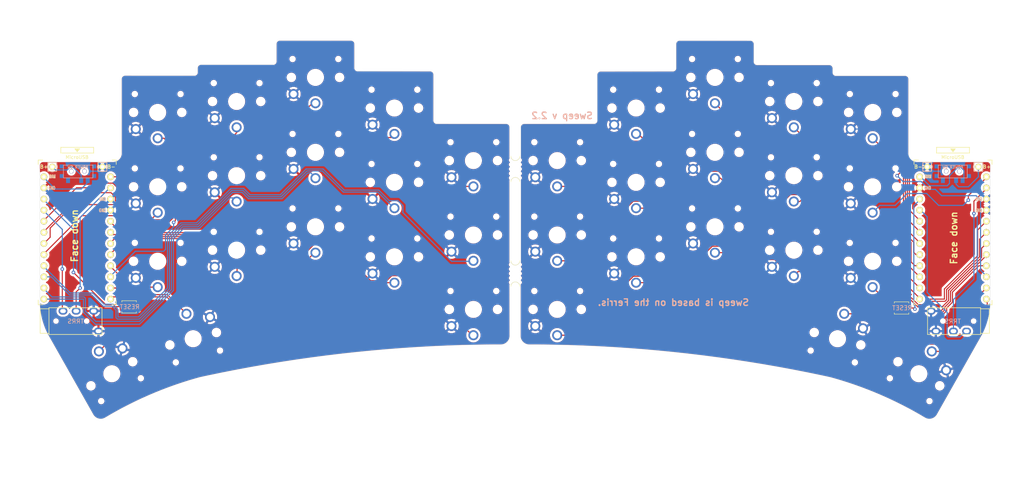
<source format=kicad_pcb>
(kicad_pcb (version 20221018) (generator pcbnew)
  (layers (0 "F.Cu" signal) (31 "B.Cu" signal) (34 "B.Paste" user) (35 "F.Paste" user) (36 "B.SilkS" user "B.Silkscreen") (37 "F.SilkS" user "F.Silkscreen") (38 "B.Mask" user) (39 "F.Mask" user) (44 "Edge.Cuts" user))
  (net 0 "")
  (net 1 "BT+")
  (net 2 "gnd")
  (net 3 "vcc")
  (net 4 "Switch18")
  (net 5 "reset")
  (net 6 "Switch1")
  (net 7 "Switch2")
  (net 8 "Switch3")
  (net 9 "Switch4")
  (net 10 "Switch5")
  (net 11 "Switch6")
  (net 12 "Switch7")
  (net 13 "Switch8")
  (net 14 "Switch9")
  (net 15 "Switch10")
  (net 16 "Switch11")
  (net 17 "Switch12")
  (net 18 "Switch13")
  (net 19 "Switch14")
  (net 20 "Switch15")
  (net 21 "Switch16")
  (net 22 "Switch17")
  (net 23 "Net-(SW_POWER1-Pad1)")
  (net 24 "raw")
  (net 25 "BT+_r")
  (net 26 "Switch18_r")
  (net 27 "reset_r")
  (net 28 "Switch9_r")
  (net 29 "Switch10_r")
  (net 30 "Switch11_r")
  (net 31 "Switch12_r")
  (net 32 "Switch13_r")
  (net 33 "Switch14_r")
  (net 34 "Switch15_r")
  (net 35 "Switch16_r")
  (net 36 "Switch17_r")
  (net 37 "Switch1_r")
  (net 38 "Switch2_r")
  (net 39 "Switch3_r")
  (net 40 "Switch4_r")
  (net 41 "Switch5_r")
  (net 42 "Switch6_r")
  (net 43 "Switch7_r")
  (net 44 "Switch8_r")
  (net 45 "Net-(SW_POWERR1-Pad1)")
  (footprint "kbd:ProMicro_v3_min" (layer "F.Cu") (at 230.178 67.564)
    (fp_text reference "U1" hide)
    (fp_text value "ProMicro-kbd" hide)
  )
  (footprint "Kailh:TRRS-PJ-320A" (layer "F.Cu") (at 236.474 86.052 -90)
    (fp_text reference "J2")
    (fp_text value "AudioJack4dpb" hide)
  )
  (footprint "* duckyb-collection:choc-v1-with-millmax" (layer "F.Cu") (at 175.856 64.516)
    (fp_text reference "SW16" hide)
    (fp_text value "SW_Push" hide)
  )
  (footprint "* duckyb-collection:choc-v1-with-millmax" (layer "F.Cu") (at 222.386 98.082 150)
    (fp_text reference "SW20" hide)
    (fp_text value "SW_Push" hide)
  )
  (footprint "* duckyb-collection:choc-v1-with-millmax" (layer "F.Cu") (at 157.856 71.374)
    (fp_text reference "SW15" hide)
    (fp_text value "SW_Push" hide)
  )
  (footprint "* duckyb-collection:choc-v1-with-millmax" (layer "F.Cu") (at 203.826 90.082 165)
    (fp_text reference "SW21" hide)
    (fp_text value "SW_Push" hide)
  )
  (footprint "* duckyb-collection:choc-v1-with-millmax" (layer "F.Cu") (at 193.856 69.85)
    (fp_text reference "SW17" hide)
    (fp_text value "SW_Push" hide)
  )
  (footprint "* duckyb-collection:choc-v1-with-millmax" (layer "F.Cu") (at 211.836 72.39)
    (fp_text reference "SW18" hide)
    (fp_text value "SW_Push" hide)
  )
  (footprint "* duckyb-collection:choc-v1-with-millmax" (layer "F.Cu") (at 175.856 30.382)
    (fp_text reference "SW4" hide)
    (fp_text value "SW_Push" hide)
  )
  (footprint "* duckyb-collection:choc-v1-with-millmax" (layer "F.Cu") (at 157.856 37.382)
    (fp_text reference "SW3" hide)
    (fp_text value "SW_Push" hide)
  )
  (footprint "* duckyb-collection:choc-v1-with-millmax" (layer "F.Cu") (at 157.856 54.356)
    (fp_text reference "SW9" hide)
    (fp_text value "SW_Push" hide)
  )
  (footprint "* duckyb-collection:choc-v1-with-millmax" (layer "F.Cu") (at 139.856 83.382)
    (fp_text reference "SW14" hide)
    (fp_text value "SW_Push" hide)
  )
  (footprint "* duckyb-collection:choc-v1-with-millmax" (layer "F.Cu") (at 211.836 55.372)
    (fp_text reference "SW12" hide)
    (fp_text value "SW_Push" hide)
  )
  (footprint "* duckyb-collection:choc-v1-with-millmax" (layer "F.Cu") (at 193.856 52.832)
    (fp_text reference "SW11" hide)
    (fp_text value "SW_Push" hide)
  )
  (footprint "* duckyb-collection:choc-v1-with-millmax" (layer "F.Cu") (at 139.856 66.382)
    (fp_text reference "SW8" hide)
    (fp_text value "SW_Push" hide)
  )
  (footprint "* duckyb-collection:choc-v1-with-millmax" (layer "F.Cu") (at 211.856 38.382)
    (fp_text reference "SW6" hide)
    (fp_text value "SW_Push" hide)
  )
  (footprint "* duckyb-collection:choc-v1-with-millmax" (layer "F.Cu") (at 193.856 35.882)
    (fp_text reference "SW5" hide)
    (fp_text value "SW_Push" hide)
  )
  (footprint "* duckyb-collection:choc-v1-with-millmax" (layer "F.Cu") (at 139.856 49.382)
    (fp_text reference "SW2" hide)
    (fp_text value "SW_Push" hide)
  )
  (footprint "Duckyb-Parts:mouse-bite-5mm-slot-with-space-for-track" (layer "F.Cu") (at 130.302 51.308)
    (fp_text reference "mouse-bite-2mm-slot" hide)
    (fp_text value "VAL**" hide)
  )
  (footprint "Duckyb-Parts:mouse-bite-5mm-slot-with-space-for-track" (layer "F.Cu") (at 130.302 75.184)
    (fp_text reference "mouse-bite-2mm-slot" hide)
    (fp_text value "VAL**" hide)
  )
  (footprint "kbd:SW_SPST_B3U-1000P" (layer "F.Cu") (at 218.44 83.058)
    (fp_text reference "RSW1" hide)
    (fp_text value "SW_Push")
  )
  (footprint "* duckyb-collection:choc-v1-with-millmax" (layer "F.Cu") (at 175.856 47.498)
    (fp_text reference "SW10" hide)
    (fp_text value "SW_Push" hide)
  )
  (footprint "kbd:1pin_conn" (layer "F.Cu") (at 235.966 50.8)
    (fp_text reference "B+")
    (fp_text value "MountingHole_Pad" hide)
  )
  (footprint "kbd:1pin_conn" (layer "F.Cu") (at 224.282 50.8)
    (fp_text reference "B-")
    (fp_text value "MountingHole_Pad" hide)
  )
  (footprint "kbd:ProMicro_v3_min" (layer "F.Cu") (at 30.326 67.564)
    (fp_text reference "U2" hide)
    (fp_text value "ProMicro-kbd" hide)
  )
  (footprint "Kailh:TRRS-PJ-320A" (layer "F.Cu") (at 23.876 86.052 90)
    (fp_text reference "J1")
    (fp_text value "AudioJack4dpb" hide)
  )
  (footprint "* duckyb-collection:choc-v1-with-millmax" (layer "F.Cu") (at 48.686 72.39)
    (fp_text reference "SW17_r1" hide)
    (fp_text value "SW_Push" hide)
  )
  (footprint "* duckyb-collection:choc-v1-with-millmax" (layer "F.Cu") (at 66.7 52.832)
    (fp_text reference "SW11_r1" hide)
    (fp_text value "SW_Push" hide)
  )
  (footprint "* duckyb-collection:choc-v1-with-millmax" (layer "F.Cu") (at 84.688 64.516)
    (fp_text reference "SW15_r1" hide)
    (fp_text value "SW_Push" hide)
  )
  (footprint "* duckyb-collection:choc-v1-with-millmax" (layer "F.Cu") (at 102.714 71.374)
    (fp_text reference "SW18_r1" hide)
    (fp_text value "SW_Push" hide)
  )
  (footprint "* duckyb-collection:choc-v1-with-millmax" (layer "F.Cu") (at 48.686 38.382)
    (fp_text reference "SW6_r1" hide)
    (fp_text value "SW_Push" hide)
  )
  (footprint "* duckyb-collection:choc-v1-with-millmax" (layer "F.Cu") (at 66.7 35.882)
    (fp_text reference "SW5_r1" hide)
    (fp_text value "SW_Push" hide)
  )
  (footprint "* duckyb-collection:choc-v1-with-millmax" (layer "F.Cu") (at 120.732 49.382)
    (fp_text reference "SW2_r1" hide)
    (fp_text value "SW_Push" hide)
  )
  (footprint "* duckyb-collection:choc-v1-with-millmax" (layer "F.Cu") (at 66.7 69.85)
    (fp_text reference "SW16_r1" hide)
    (fp_text value "SW_Push" hide)
  )
  (footprint "* duckyb-collection:choc-v1-with-millmax" (layer "F.Cu") (at 84.688 30.382)
    (fp_text reference "SW4_r1" hide)
    (fp_text value "SW_Push" hide)
  )
  (footprint "* duckyb-collection:choc-v1-with-millmax" (layer "F.Cu") (at 120.732 83.382)
    (fp_text reference "SW13_r1" hide)
    (fp_text value "SW_Push" hide)
  )
  (footprint "* duckyb-collection:choc-v1-with-millmax" (layer "F.Cu") (at 48.686 55.372)
    (fp_text reference "SW12_r1" hide)
    (fp_text value "SW_Push" hide)
  )
  (footprint "* duckyb-collection:choc-v1-with-millmax" (layer "F.Cu") (at 102.714 37.382)
    (fp_text reference "SW3_r1" hide)
    (fp_text value "SW_Push" hide)
  )
  (footprint "* duckyb-collection:choc-v1-with-millmax" (layer "F.Cu") (at 102.714 54.356)
    (fp_text reference "SW8_r1" hide)
    (fp_text value "SW_Push" hide)
  )
  (footprint "* duckyb-collection:choc-v1-with-millmax" (layer "F.Cu") (at 56.778 90.082 -165)
    (fp_text reference "SW21_r1" hide)
    (fp_text value "SW_Push" hide)
  )
  (footprint "* duckyb-collection:choc-v1-with-millmax" (layer "F.Cu") (at 84.688 47.498)
    (fp_text reference "SW9_r1" hide)
    (fp_text value "SW_Push" hide)
  )
  (footprint "* duckyb-collection:choc-v1-with-millmax" (layer "F.Cu") (at 38.218 98.082 -150)
    (fp_text reference "SW20_r1" hide)
    (fp_text value "SW_Push" hide)
  )
  (footprint "* duckyb-collection:choc-v1-with-millmax" (layer "F.Cu") (at 120.732 66.382)
    (fp_text reference "SW7_r1" hide)
    (fp_text value "SW_Push" hide)
  )
  (footprint "kbd:1pin_conn" (layer "F.Cu") (at 36.068 50.8)
    (fp_text reference "B-")
    (fp_text value "MountingHole_Pad" hide)
  )
  (footprint "kbd:1pin_conn" (layer "F.Cu") (at 24.638 50.8)
    (fp_text reference "B+")
    (fp_text value "MountingHole_Pad" hide)
  )
  (footprint "kbd:SW_SPST_B3U-1000P" (layer "F.Cu") (at 42.164 82.804)
    (fp_text reference "RSW2" hide)
    (fp_text value "SW_Push")
  )
  (footprint "Kailh:SPDT_C128955" (layer "B.Cu") (at 230.124 51.816 180)
    (fp_text reference "POWER SW")
    (fp_text value "SW_SPDT")
  )
  (footprint "Kailh:SPDT_C128955" (layer "B.Cu") (at 30.48 51.816 180)
    (fp_text reference "POWER SW")
    (fp_text value "SW_SPDT")
  )
  (gr_rect (start 27.178 50.419) (end 33.909 53.34) (stroke (width 0.12)) (fill none) (layer "B.SilkS"))
  (gr_rect (start 226.822 50.419) (end 233.426 53.34) (stroke (width 0.12)) (fill none) (layer "B.SilkS"))
  (gr_line (start 131.5085 77.724) (end 131.506254 89.547024) (stroke (width 0.05)) (layer "Edge.Cuts"))
  (gr_arc (start 226.446 107.451265) (mid 225.204995 108.32098) (end 223.714 108.05) (stroke (width 0.05)) (layer "Edge.Cuts"))
  (gr_arc (start 222.033002 49.694917) (mid 220.620534 49.145716) (end 219.998001 47.763999) (stroke (width 0.05)) (layer "Edge.Cuts"))
  (gr_arc (start 237.938 49.692) (mid 238.46833 49.91167) (end 238.688 50.442) (stroke (width 0.05)) (layer "Edge.Cuts"))
  (gr_arc (start 133.544 91.383119) (mid 132.156573 90.874102) (end 131.506254 89.547024) (stroke (width 0.05)) (layer "Edge.Cuts"))
  (gr_arc (start 202.185134 98.863946) (mid 213.262488 102.723597) (end 223.714 108.05) (stroke (width 0.05)) (layer "Edge.Cuts"))
  (gr_line (start 222.033002 49.694917) (end 237.938 49.692) (stroke (width 0.05)) (layer "Edge.Cuts"))
  (gr_arc (start 133.544 91.383119) (mid 168.064442 93.289554) (end 202.185134 98.863946) (stroke (width 0.05)) (layer "Edge.Cuts"))
  (gr_line (start 238.688 58.42) (end 238.688 66.548) (stroke (width 0.05)) (layer "Edge.Cuts"))
  (gr_line (start 236.953304 88.85815) (end 226.446 107.451265) (stroke (width 0.05)) (layer "Edge.Cuts"))
  (gr_arc (start 238.7 81.534) (mid 238.242913 85.295347) (end 236.953304 88.85815) (stroke (width 0.05)) (layer "Edge.Cuts"))
  (gr_line (start 238.688 50.442) (end 238.688 58.42) (stroke (width 0.05)) (layer "Edge.Cuts"))
  (gr_line (start 129.3495 48.768) (end 128.96 48.768) (stroke (width 0.05)) (layer "Edge.Cuts"))
  (gr_line (start 238.688 66.548) (end 238.688 75.438) (stroke (width 0.05)) (layer "Edge.Cuts"))
  (gr_line (start 238.688 75.438) (end 238.7 81.534) (stroke (width 0.05)) (layer "Edge.Cuts"))
  (gr_line (start 129.3495 72.644) (end 128.96 72.644) (stroke (width 0.05)) (layer "Edge.Cuts"))
  (gr_line (start 129.3495 53.848) (end 128.96 53.848) (stroke (width 0.05)) (layer "Edge.Cuts"))
  (gr_line (start 129.3495 77.724) (end 128.96 77.724) (stroke (width 0.05)) (layer "Edge.Cuts"))
  (gr_line (start 131.572 53.848) (end 131.572 72.644) (stroke (width 0.05)) (layer "Edge.Cuts"))
  (gr_line (start 21.792 50.442) (end 21.792 58.42) (stroke (width 0.05)) (layer "Edge.Cuts"))
  (gr_line (start 128.96 77.724) (end 128.975507 89.545022) (stroke (width 0.05)) (layer "Edge.Cuts"))
  (gr_arc (start 128.975507 89.545022) (mid 128.324689 90.873432) (end 126.936 91.383119) (stroke (width 0.05)) (layer "Edge.Cuts"))
  (gr_line (start 40.481999 47.763999) (end 40.481955 30.78) (stroke (width 0.05)) (layer "Edge.Cuts"))
  (gr_line (start 21.792 66.548) (end 21.792 73.914) (stroke (width 0.05)) (layer "Edge.Cuts"))
  (gr_line (start 23.526696 88.85815) (end 34.034 107.451265) (stroke (width 0.05)) (layer "Edge.Cuts"))
  (gr_arc (start 40.481999 47.763999) (mid 39.859467 49.145717) (end 38.446998 49.694917) (stroke (width 0.05)) (layer "Edge.Cuts"))
  (gr_arc (start 58.294866 98.863946) (mid 92.415558 93.289555) (end 126.936 91.383119) (stroke (width 0.05)) (layer "Edge.Cuts"))
  (gr_arc (start 23.526696 88.85815) (mid 22.237087 85.295347) (end 21.78 81.534) (stroke (width 0.05)) (layer "Edge.Cuts"))
  (gr_arc (start 21.792 50.442) (mid 22.01167 49.91167) (end 22.542 49.692) (stroke (width 0.05)) (layer "Edge.Cuts"))
  (gr_line (start 38.446998 49.694917) (end 22.542 49.692) (stroke (width 0.05)) (layer "Edge.Cuts"))
  (gr_line (start 21.792 58.42) (end 21.792 66.548) (stroke (width 0.05)) (layer "Edge.Cuts"))
  (gr_arc (start 36.766 108.05) (mid 35.275005 108.32098) (end 34.034 107.451265) (stroke (width 0.05)) (layer "Edge.Cuts"))
  (gr_arc (start 36.766 108.05) (mid 47.217512 102.723597) (end 58.294866 98.863946) (stroke (width 0.05)) (layer "Edge.Cuts"))
  (gr_line (start 21.792 73.914) (end 21.78 81.534) (stroke (width 0.05)) (layer "Edge.Cuts"))
  (gr_line (start 128.96 53.848) (end 128.96 72.644) (stroke (width 0.05)) (layer "Edge.Cuts"))
  (gr_line (start 132.328837 41.006473) (end 148.267487 40.992852) (stroke (width 0.05)) (layer "Edge.Cuts"))
  (gr_line (start 111.610991 29.766202) (end 111.606588 40.239427) (stroke (width 0.05)) (layer "Edge.Cuts"))
  (gr_line (start 41.240048 29.990802) (end 57.072585 29.997158) (stroke (width 0.05)) (layer "Edge.Cuts"))
  (gr_arc (start 110.853384 29.008595) (mid 111.389093 29.230493) (end 111.610991 29.766202) (stroke (width 0.05)) (layer "Edge.Cuts"))
  (gr_line (start 184.705241 22.769688) (end 184.70358 26.798407) (stroke (width 0.05)) (layer "Edge.Cuts"))
  (gr_arc (start 131.57123 41.76408) (mid 131.793128 41.228371) (end 132.328837 41.006473) (stroke (width 0.05)) (layer "Edge.Cuts"))
  (gr_arc (start 57.828738 28.25587) (mid 58.050636 27.720161) (end 58.586345 27.498263) (stroke (width 0.05)) (layer "Edge.Cuts"))
  (gr_arc (start 167.018541 22.763345) (mid 167.240439 22.227636) (end 167.776148 22.005738) (stroke (width 0.05)) (layer "Edge.Cuts"))
  (gr_line (start 149.018108 29.793863) (end 149.025094 40.235245) (stroke (width 0.05)) (layer "Edge.Cuts"))
  (gr_arc (start 167.019387 28.264791) (mid 166.797489 28.8005) (end 166.26178 29.022398) (stroke (width 0.05)) (layer "Edge.Cuts"))
  (gr_line (start 131.572 48.768) (end 131.2545 48.768) (stroke (width 0.05)) (layer "Edge.Cuts"))
  (gr_arc (start 92.808963 21.995279) (mid 93.344672 22.217177) (end 93.56657 22.752886) (stroke (width 0.05)) (layer "Edge.Cuts"))
  (gr_line (start 131.57123 41.76408) (end 131.572 48.768) (stroke (width 0.05)) (layer "Edge.Cuts"))
  (gr_line (start 202.700311 28.321421) (end 202.7009 29.275598) (stroke (width 0.05)) (layer "Edge.Cuts"))
  (gr_line (start 57.828738 28.25587) (end 57.828889 29.239618) (stroke (width 0.05)) (layer "Edge.Cuts"))
  (gr_arc (start 201.942704 27.563814) (mid 202.478413 27.785712) (end 202.700311 28.321421) (stroke (width 0.05)) (layer "Edge.Cuts"))
  (gr_arc (start 75.8086 26.748784) (mid 75.586702 27.284493) (end 75.050993 27.506391) (stroke (width 0.05)) (layer "Edge.Cuts"))
  (gr_line (start 93.56657 22.752886) (end 93.567652 28.241099) (stroke (width 0.05)) (layer "Edge.Cuts"))
  (gr_arc (start 94.325259 28.998706) (mid 93.78955 28.776808) (end 93.567652 28.241099) (stroke (width 0.05)) (layer "Edge.Cuts"))
  (gr_line (start 149.775715 29.036256) (end 166.26178 29.022398) (stroke (width 0.05)) (layer "Edge.Cuts"))
  (gr_arc (start 57.828889 29.239618) (mid 57.606991 29.775327) (end 57.071282 29.997225) (stroke (width 0.05)) (layer "Edge.Cuts"))
  (gr_arc (start 131.254499 72.644) (mid 130.302 73.288873) (end 129.349501 72.643999) (stroke (width 0.05)) (layer "Edge.Cuts"))
  (gr_line (start 131.572 53.848) (end 131.2545 53.848) (stroke (width 0.05)) (layer "Edge.Cuts"))
  (gr_arc (start 40.482441 30.748409) (mid 40.704339 30.2127) (end 41.240048 29.990802) (stroke (width 0.05)) (layer "Edge.Cuts"))
  (gr_line (start 167.019387 28.264791) (end 167.018541 22.763345) (stroke (width 0.05)) (layer "Edge.Cuts"))
  (gr_arc (start 129.349501 77.724) (mid 130.302 77.079127) (end 131.254499 77.724001) (stroke (width 0.05)) (layer "Edge.Cuts"))
  (gr_line (start 76.567082 21.989921) (end 92.808963 21.995279) (stroke (width 0.05)) (layer "Edge.Cuts"))
  (gr_arc (start 203.458507 30.033205) (mid 202.922798 29.811307) (end 202.7009 29.275598) (stroke (width 0.05)) (layer "Edge.Cuts"))
  (gr_arc (start 112.364195 40.997034) (mid 111.828485 40.775136) (end 111.606588 40.239427) (stroke (width 0.05)) (layer "Edge.Cuts"))
  (gr_line (start 58.586345 27.498263) (end 75.030779 27.499999) (stroke (width 0.05)) (layer "Edge.Cuts"))
  (gr_arc (start 149.018108 29.793863) (mid 149.240006 29.258154) (end 149.775715 29.036256) (stroke (width 0.05)) (layer "Edge.Cuts"))
  (gr_arc (start 149.025094 40.235245) (mid 148.803195 40.770952) (end 148.267487 40.992852) (stroke (width 0.05)) (layer "Edge.Cuts"))
  (gr_arc (start 75.809475 22.747528) (mid 76.031373 22.211819) (end 76.567082 21.989921) (stroke (width 0.05)) (layer "Edge.Cuts"))
  (gr_arc (start 185.461187 27.556014) (mid 184.925478 27.334116) (end 184.70358 26.798407) (stroke (width 0.05)) (layer "Edge.Cuts"))
  (gr_arc (start 183.947634 22.012081) (mid 184.483343 22.233979) (end 184.705241 22.769688) (stroke (width 0.05)) (layer "Edge.Cuts"))
  (gr_line (start 219.998001 47.763999) (end 220.00445 30.787759) (stroke (width 0.05)) (layer "Edge.Cuts"))
  (gr_line (start 167.776148 22.005738) (end 183.947634 22.012081) (stroke (width 0.05)) (layer "Edge.Cuts"))
  (gr_line (start 75.809475 22.747528) (end 75.8086 26.748784) (stroke (width 0.05)) (layer "Edge.Cuts"))
  (gr_line (start 128.96 48.768) (end 128.958555 41.764452) (stroke (width 0.05)) (layer "Edge.Cuts"))
  (gr_line (start 112.364195 40.997034) (end 128.200948 41.006845) (stroke (width 0.05)) (layer "Edge.Cuts"))
  (gr_line (start 185.461187 27.556014) (end 201.942704 27.563814) (stroke (width 0.05)) (layer "Edge.Cuts"))
  (gr_arc (start 128.200948 41.006845) (mid 128.736657 41.228743) (end 128.958555 41.764452) (stroke (width 0.05)) (layer "Edge.Cuts"))
  (gr_line (start 94.325259 28.998706) (end 110.852431 29.012732) (stroke (width 0.05)) (layer "Edge.Cuts"))
  (gr_line (start 131.572 72.644) (end 131.2545 72.644) (stroke (width 0.05)) (layer "Edge.Cuts"))
  (gr_line (start 203.458507 30.033205) (end 219.246843 30.030152) (stroke (width 0.05)) (layer "Edge.Cuts"))
  (gr_arc (start 219.246843 30.030152) (mid 219.782552 30.25205) (end 220.00445 30.787759) (stroke (width 0.05)) (layer "Edge.Cuts"))
  (gr_arc (start 131.254499 48.768) (mid 130.302 49.412873) (end 129.349501 48.767999) (stroke (width 0.05)) (layer "Edge.Cuts"))
  (gr_line (start 131.5085 77.724) (end 131.2545 77.724) (stroke (width 0.05)) (layer "Edge.Cuts"))
  (gr_arc (start 129.349501 53.848) (mid 130.302 53.203127) (end 131.254499 53.848001) (stroke (width 0.05)) (layer "Edge.Cuts"))
  (gr_text "Sweep v 2.2" (at 140.97 39.116) (layer "B.SilkS") (effects (font (size 1.5 1.5) (thickness 0.3)) (justify mirror)))
  (gr_text "Sweep is based on the Ferris." (at 166.37 81.788) (layer "B.SilkS") (effects (font (size 1.5 1.5) (thickness 0.3)) (justify mirror)))
  (gr_text "Face down" (at 230.378 67.056 90) (layer "F.SilkS") (effects (font (size 1.5 1.5) (thickness 0.3))))
  (gr_text "Face down" (at 29.718 66.548 90) (layer "F.SilkS") (effects (font (size 1.5 1.5) (thickness 0.3))))
  (segment (start 25.360999 51.522999) (end 28.051999 51.522999) (width 0.25) (layer "B.Cu") (net 1))
  (segment (start 24.638 50.8) (end 25.360999 51.522999) (width 0.25) (layer "B.Cu") (net 1))
  (segment (start 29.046501 50.890501) (end 29.373499 50.890501) (width 0.25) (layer "B.Cu") (net 1))
  (segment (start 28.738499 50.836499) (end 28.992499 50.836499) (width 0.25) (layer "B.Cu") (net 1))
  (segment (start 31.23 52.747002) (end 31.23 53.891) (width 0.25) (layer "B.Cu") (net 1))
  (segment (start 28.051999 51.522999) (end 28.738499 50.836499) (width 0.25) (layer "B.Cu") (net 1))
  (segment (start 29.373499 50.890501) (end 31.23 52.747002) (width 0.25) (layer "B.Cu") (net 1))
  (segment (start 28.992499 50.836499) (end 29.046501 50.890501) (width 0.25) (layer "B.Cu") (net 1))
  (segment (start 224.8576 85.65317) (end 225.174 85.33677) (width 0.25) (layer "F.Cu") (net 2))
  (segment (start 225.174 85.33677) (end 225.174 83.552) (width 0.25) (layer "F.Cu") (net 2))
  (segment (start 216.74 83.058) (end 216.74 84.758) (width 0.25) (layer "F.Cu") (net 2))
  (segment (start 216.74 85.54477) (end 216.8484 85.65317) (width 0.25) (layer "F.Cu") (net 2))
  (segment (start 216.8484 85.65317) (end 224.8576 85.65317) (width 0.25) (layer "F.Cu") (net 2))
  (segment (start 216.74 84.758) (end 216.74 85.54477) (width 0.25) (layer "F.Cu") (net 2))
  (segment (start 40.40601 82.74601) (end 40.464 82.804) (width 0.25) (layer "F.Cu") (net 2))
  (segment (start 34.076 83.552) (end 37.80201 83.552) (width 0.25) (layer "F.Cu") (net 2))
  (segment (start 37.80201 83.552) (end 38.608 82.74601) (width 0.25) (layer "F.Cu") (net 2))
  (segment (start 38.608 82.74601) (end 40.40601 82.74601) (width 0.25) (layer "F.Cu") (net 2))
  (segment (start 213.159159 42.182) (end 206.856 42.182) (width 0.25) (layer "B.Cu") (net 2))
  (segment (start 221.777159 50.8) (end 213.159159 42.182) (width 0.25) (layer "B.Cu") (net 2))
  (segment (start 226.254 88.332) (end 226.274 88.352) (width 0.25) (layer "B.Cu") (net 2))
  (segment (start 226.244 88.322) (end 226.274 88.352) (width 0.25) (layer "B.Cu") (net 2))
  (segment (start 224.282 50.8) (end 221.777159 50.8) (width 0.25) (layer "B.Cu") (net 2))
  (segment (start 26.924 83.4) (end 27.076 83.552) (width 0.25) (layer "F.Cu") (net 3))
  (segment (start 26.924 74.168) (end 26.924 83.4) (width 0.25) (layer "F.Cu") (net 3))
  (via (at 26.924 74.168) (size 0.8) (drill 0.4) (layers "F.Cu" "B.Cu") (net 3))
  (segment (start 233.254 88.332) (end 233.274 88.352) (width 0.25) (layer "B.Cu") (net 3))
  (segment (start 26.924 65.1126) (end 26.924 74.168) (width 0.25) (layer "B.Cu") (net 3))
  (segment (start 22.5174 60.706) (end 26.924 65.1126) (width 0.25) (layer "B.Cu") (net 3))
  (segment (start 224.282 62.2186) (end 224.282 79.502) (width 0.25) (layer "B.Cu") (net 3))
  (segment (start 229.108 89.662) (end 231.764 89.662) (width 0.25) (layer "B.Cu") (net 3))
  (segment (start 222.7694 60.706) (end 224.282 62.2186) (width 0.25) (layer "B.Cu") (net 3))
  (segment (start 231.764 89.662) (end 233.274 88.152) (width 0.25) (layer "B.Cu") (net 3))
  (segment (start 228.854 84.074) (end 228.854 89.408) (width 0.25) (layer "B.Cu") (net 3))
  (segment (start 228.854 89.408) (end 229.108 89.662) (width 0.25) (layer "B.Cu") (net 3))
  (segment (start 224.282 79.502) (end 228.854 84.074) (width 0.25) (layer "B.Cu") (net 3))
  (segment (start 237.9894 55.626) (end 234.95 58.6654) (width 0.25) (layer "F.Cu") (net 4))
  (segment (start 234.95 58.6654) (end 234.95 61.468) (width 0.25) (layer "F.Cu") (net 4))
  (via (at 234.95 61.468) (size 0.8) (drill 0.4) (layers "F.Cu" "B.Cu") (net 4))
  (segment (start 230.274 81.13) (end 234.95 76.454) (width 0.25) (layer "B.Cu") (net 4))
  (segment (start 230.274 88.152) (end 230.274 81.13) (width 0.25) (layer "B.Cu") (net 4))
  (segment (start 234.95 76.454) (end 234.95 61.468) (width 0.25) (layer "B.Cu") (net 4))
  (segment (start 220.14 83.058) (end 221.234 83.058) (width 0.25) (layer "F.Cu") (net 5))
  (segment (start 221.234 83.058) (end 221.488 83.312) (width 0.25) (layer "F.Cu") (net 5))
  (via (at 221.488 83.312) (size 0.8) (drill 0.4) (layers "F.Cu" "B.Cu") (net 5))
  (segment (start 221.488 82.55) (end 221.234 82.296) (width 0.25) (layer "B.Cu") (net 5))
  (segment (start 221.488 83.312) (end 221.488 82.55) (width 0.25) (layer "B.Cu") (net 5))
  (segment (start 221.234 59.7014) (end 221.234 82.296) (width 0.25) (layer "B.Cu") (net 5))
  (segment (start 222.7694 58.166) (end 221.234 59.7014) (width 0.25) (layer "B.Cu") (net 5))
  (segment (start 217.678 50.292) (end 218.41796 51.03196) (width 0.25) (layer "F.Cu") (net 6))
  (segment (start 155.956 44.958) (end 162.814 44.958) (width 0.25) (layer "F.Cu") (net 6))
  (segment (start 205.994 50.292) (end 217.678 50.292) (width 0.25) (layer "F.Cu") (net 6))
  (segment (start 218.41796 51.03196) (end 218.41796 51.83804) (width 0.25) (layer "F.Cu") (net 6))
  (segment (start 199.84001 47.69401) (end 202.946 50.8) (width 0.25) (layer "F.Cu") (net 6))
  (segment (start 167.057719 43.732009) (end 169.641728 41.148) (width 0.25) (layer "F.Cu") (net 6))
  (segment (start 164.03999 43.73201) (end 167.057719 43.732009) (width 0.25) (layer "F.Cu") (net 6))
  (segment (start 162.814 44.958) (end 164.03999 43.73201) (width 0.25) (layer "F.Cu") (net 6))
  (segment (start 183.38518 41.148) (end 188.6032 46.36602) (width 0.25) (layer "F.Cu") (net 6))
  (segment (start 202.946 50.8) (end 205.486 50.8) (width 0.25) (layer "F.Cu") (net 6))
  (segment (start 196.53079 46.36602) (end 197.85878 47.69401) (width 0.25) (layer "F.Cu") (net 6))
  (segment (start 197.85878 47.69401) (end 199.84001 47.69401) (width 0.25) (layer "F.Cu") (net 6))
  (segment (start 188.6032 46.36602) (end 196.53079 46.36602) (width 0.25) (layer "F.Cu") (net 6))
  (segment (start 218.41796 51.83804) (end 217.424 52.832) (width 0.25) (layer "F.Cu") (net 6))
  (segment (start 205.486 50.8) (end 205.994 50.292) (width 0.25) (layer "F.Cu") (net 6))
  (segment (start 169.641728 41.148) (end 183.38518 41.148) (width 0.25) (layer "F.Cu") (net 6))
  (segment (start 139.856 55.282) (end 145.632 55.282) (width 0.25) (layer "F.Cu") (net 6))
  (segment (start 145.632 55.282) (end 155.956 44.958) (width 0.25) (layer "F.Cu") (net 6))
  (via (at 217.424 52.832) (size 0.8) (drill 0.4) (layers "F.Cu" "B.Cu") (net 6))
  (segment (start 237.9894 75.946) (end 236.4697 74.4263) (width 0.25) (layer "B.Cu") (net 6))
  (segment (start 236.4697 58.4243) (end 235.4451 57.3997) (width 0.25) (layer "B.Cu") (net 6))
  (segment (start 236.4697 74.4263) (end 236.4697 58.4243) (width 0.25) (layer "B.Cu") (net 6))
  (segment (start 224.711081 55.958919) (end 222.925163 54.173001) (width 0.25) (layer "B.Cu") (net 6))
  (segment (start 218.765001 54.173001) (end 217.424 52.832) (width 0.25) (layer "B.Cu") (net 6))
  (segment (start 235.4451 57.3997) (end 227.5797 57.3997) (width 0.25) (layer "B.Cu") (net 6))
  (segment (start 227.5797 57.3997) (end 226.138919 55.958919) (width 0.25) (layer "B.Cu") (net 6))
  (segment (start 226.138919 55.958919) (end 224.711081 55.958919) (width 0.25) (layer "B.Cu") (net 6))
  (segment (start 222.925163 54.173001) (end 218.765001 54.173001) (width 0.25) (layer "B.Cu") (net 6))
  (segment (start 203.07441 50.292) (end 205.35759 50.292) (width 0.25) (layer "F.Cu") (net 7))
  (segment (start 205.933189 49.716401) (end 218.243991 49.716401) (width 0.25) (layer "F.Cu") (net 7))
  (segment (start 218.86797 50.34038) (end 218.86797 65.70597) (width 0.25) (layer "F.Cu") (net 7))
  (segment (start 200.026411 47.244001) (end 203.07441 50.292) (width 0.25) (layer "F.Cu") (net 7))
  (segment (start 159.234991 44.172991) (end 162.962599 44.172991) (width 0.25) (layer "F.Cu") (net 7))
  (segment (start 163.853591 43.282001) (end 166.871317 43.282001) (width 0.25) (layer "F.Cu") (net 7))
  (segment (start 157.856 43.282) (end 158.344 43.282) (width 0.25) (layer "F.Cu") (net 7))
  (segment (start 169.513318 40.64) (end 183.51359 40.64) (width 0.25) (layer "F.Cu") (net 7))
  (segment (start 205.35759 50.292) (end 205.933189 49.716401) (width 0.25) (layer "F.Cu") (net 7))
  (segment (start 166.871317 43.282001) (end 169.513318 40.64) (width 0.25) (layer "F.Cu") (net 7))
  (segment (start 162.962599 44.172991) (end 163.853591 43.282001) (width 0.25) (layer "F.Cu") (net 7))
  (segment (start 158.344 43.282) (end 159.234991 44.172991) (width 0.25) (layer "F.Cu") (net 7))
  (segment (start 218.243991 49.716401) (end 218.86797 50.34038) (width 0.25) (layer "F.Cu") (net 7))
  (segment (start 221.234 70.358) (end 221.742 70.866) (width 0.25) (layer "F.Cu") (net 7))
  (segment (start 218.86797 65.70597) (end 221.234 68.072) (width 0.25) (layer "F.Cu") (net 7))
  (segment (start 221.234 68.072) (end 221.234 70.358) (width 0.25) (layer "F.Cu") (net 7))
  (segment (start 221.742 70.866) (end 222.5694 70.866) (width 0.25) (layer "F.Cu") (net 7))
  (segment (start 198.55318 47.244) (end 200.026411 47.244001) (width 0.25) (layer "F.Cu") (net 7))
  (segment (start 198.46359 47.15441) (end 198.55318 47.244) (width 0.25) (layer "F.Cu") (net 7))
  (segment (start 196.71719 45.91601) (end 197.95559 47.15441) (width 0.25) (layer "F.Cu") (net 7))
  (segment (start 183.51359 40.64) (end 188.7896 45.91601) (width 0.25) (layer "F.Cu") (net 7))
  (segment (start 188.7896 45.91601) (end 196.71719 45.91601) (width 0.25) (layer "F.Cu") (net 7))
  (segment (start 197.95559 47.15441) (end 198.46359 47.15441) (width 0.25) (layer "F.Cu") (net 7))
  (segment (start 219.31798 64.87458) (end 222.7694 68.326) (width 0.25) (layer "F.Cu") (net 8))
  (segment (start 188.976 45.466) (end 196.90359 45.466) (width 0.25) (layer "F.Cu") (net 8))
  (segment (start 179.76399 40.18999) (end 183.69999 40.18999) (width 0.25) (layer "F.Cu") (net 8))
  (segment (start 198.1156 46.67801) (end 200.20999 46.67801) (width 0.25) (layer "F.Cu") (net 8))
  (segment (start 218.430392 49.266392) (end 219.31798 50.15398) (width 0.25) (layer "F.Cu") (net 8))
  (segment (start 183.69999 40.18999) (end 188.976 45.466) (width 0.25) (layer "F.Cu") (net 8))
  (segment (start 205.17119 49.84199) (end 205.746788 49.266392) (width 0.25) (layer "F.Cu") (net 8))
  (segment (start 219.31798 50.15398) (end 219.31798 64.87458) (width 0.25) (layer "F.Cu") (net 8))
  (segment (start 196.90359 45.466) (end 198.1156 46.67801) (width 0.25) (layer "F.Cu") (net 8))
  (segment (start 175.856 36.282) (end 179.76399 40.18999) (width 0.25) (layer "F.Cu") (net 8))
  (segment (start 205.746788 49.266392) (end 218.430392 49.266392) (width 0.25) (layer "F.Cu") (net 8))
  (segment (start 203.26081 49.84199) (end 205.17119 49.84199) (width 0.25) (layer "F.Cu") (net 8))
  (segment (start 200.20999 46.67801) (end 200.20999 46.79117) (width 0.25) (layer "F.Cu") (net 8))
  (segment (start 200.20999 46.79117) (end 203.26081 49.84199) (width 0.25) (layer "F.Cu") (net 8))
  (segment (start 193.856 41.782) (end 198.302 46.228) (width 0.25) (layer "F.Cu") (net 9))
  (segment (start 219.76799 49.84199) (end 219.76799 62.78459) (width 0.25) (layer "F.Cu") (net 9))
  (segment (start 203.44721 49.39198) (end 204.98479 49.39198) (width 0.25) (layer "F.Cu") (net 9))
  (segment (start 205.560388 48.816382) (end 218.742382 48.816382) (width 0.25) (layer "F.Cu") (net 9))
  (segment (start 218.742382 48.816382) (end 219.76799 49.84199) (width 0.25) (layer "F.Cu") (net 9))
  (segment (start 200.66 46.49161) (end 200.66 46.60477) (width 0.25) (layer "F.Cu") (net 9))
  (segment (start 200.396391 46.228001) (end 200.66 46.49161) (width 0.25) (layer "F.Cu") (net 9))
  (segment (start 204.98479 49.39198) (end 205.560388 48.816382) (width 0.25) (layer "F.Cu") (net 9))
  (segment (start 219.76799 62.78459) (end 222.7694 65.786) (width 0.25) (layer "F.Cu") (net 9))
  (segment (start 198.302 46.228) (end 200.396391 46.228001) (width 0.25) (layer "F.Cu") (net 9))
  (segment (start 200.66 46.60477) (end 203.44721 49.39198) (width 0.25) (layer "F.Cu") (net 9))
  (segment (start 220.218 49.276) (end 220.218 60.6946) (width 0.25) (layer "F.Cu") (net 10))
  (segment (start 211.856 44.282) (end 215.940372 48.366372) (width 0.25) (layer "F.Cu") (net 10))
  (segment (start 215.940372 48.366372) (end 219.308372 48.366372) (width 0.25) (layer "F.Cu") (net 10))
  (segment (start 220.218 60.6946) (end 222.7694 63.246) (width 0.25) (layer "F.Cu") (net 10))
  (segment (start 219.308372 48.366372) (end 220.218 49.276) (width 0.25) (layer "F.Cu") (net 10))
  (segment (start 189.93401 58.98599) (end 192.659 56.261) (width 0.25) (layer "F.Cu") (net 11))
  (segment (start 220.61002 68.08443) (end 220.61002 72.52802) (width 0.25) (layer "F.Cu") (net 11))
  (segment (start 206.363981 65.139981) (end 217.665571 65.139981) (width 0.25) (layer "F.Cu") (net 11))
  (segment (start 157.226 58.674) (end 159.004 58.674) (width 0.25) (layer "F.Cu") (net 11))
  (segment (start 197.485 56.261) (end 206.363981 65.139981) (width 0.25) (layer "F.Cu") (net 11))
  (segment (start 166.12701 59.80599) (end 174.625 51.308) (width 0.25) (layer "F.Cu") (net 11))
  (segment (start 180.097546 54.621546) (end 180.097546 56.399546) (width 0.25) (layer "F.Cu") (net 11))
  (segment (start 159.004 58.674) (end 160.13599 59.80599) (width 0.25) (layer "F.Cu") (net 11))
  (segment (start 160.13599 59.80599) (end 166.12701 59.80599) (width 0.25) (layer "F.Cu") (net 11))
  (segment (start 176.784 51.308) (end 180.097546 54.621546) (width 0.25) (layer "F.Cu") (net 11))
  (segment (start 174.625 51.308) (end 176.784 51.308) (width 0.25) (layer "F.Cu") (net 11))
  (segment (start 180.097546 56.399546) (end 182.68399 58.98599) (width 0.25) (layer "F.Cu") (net 11))
  (segment (start 143.618 72.282) (end 157.226 58.674) (width 0.25) (layer "F.Cu") (net 11))
  (segment (start 217.665571 65.139981) (end 220.61002 68.08443) (width 0.25) (layer "F.Cu") (net 11))
  (segment (start 192.659 56.261) (end 197.485 56.261) (width 0.25) (layer "F.Cu") (net 11))
  (segment (start 220.61002 72.52802) (end 221.488 73.406) (width 0.25) (layer "F.Cu") (net 11))
  (segment (start 221.488 73.406) (end 222.5694 73.406) (width 0.25) (layer "F.Cu") (net 11))
  (segment (start 139.856 72.282) (end 143.618 72.282) (width 0.25) (layer "F.Cu") (net 11))
  (segment (start 182.68399 58.98599) (end 189.93401 58.98599) (width 0.25) (layer "F.Cu") (net 11))
  (segment (start 197.298802 56.71052) (end 206.178273 65.589991) (width 0.25) (layer "F.Cu") (net 12))
  (segment (start 166.312718 60.256) (end 174.752718 51.816) (width 0.25) (layer "F.Cu") (net 12))
  (segment (start 220.16001 68.27083) (end 220.16001 73.53661) (width 0.25) (layer "F.Cu") (net 12))
  (segment (start 179.648026 56.641616) (end 182.44241 59.436) (width 0.25) (layer "F.Cu") (net 12))
  (segment (start 179.648026 54.807744) (end 179.648026 56.641616) (width 0.25) (layer "F.Cu") (net 12))
  (segment (start 176.656282 51.816) (end 179.648026 54.807744) (width 0.25) (layer "F.Cu") (net 12))
  (segment (start 182.44241 59.436) (end 190.119718 59.436) (width 0.25) (layer "F.Cu") (net 12))
  (segment (start 220.16001 73.53661) (end 222.5694 75.946) (width 0.25) (layer "F.Cu") (net 12))
  (segment (start 206.178273 65.589991) (end 217.479171 65.589991) (width 0.25) (layer "F.Cu") (net 12))
  (segment (start 174.752718 51.816) (end 176.656282 51.816) (width 0.25) (layer "F.Cu") (net 12))
  (segment (start 192.845198 56.71052) (end 197.298802 56.71052) (width 0.25) (layer "F.Cu") (net 12))
  (segment (start 157.856 60.256) (end 166.312718 60.256) (width 0.25) (layer "F.Cu") (net 12))
  (segment (start 190.119718 59.436) (end 192.845198 56.71052) (width 0.25) (layer "F.Cu") (net 12))
  (segment (start 217.479171 65.589991) (end 220.16001 68.27083) (width 0.25) (layer "F.Cu") (net 12))
  (segment (start 205.992564 66.04) (end 217.29277 66.04) (width 0.25) (layer "F.Cu") (net 13))
  (segment (start 175.768 53.398) (end 177.116272 53.398) (width 0.25) (layer "F.Cu") (net 13))
  (segment (start 219.644385 68.639975) (end 219.71 68.70559) (width 0.25) (layer "F.Cu") (net 13))
  (segment (start 219.71 75.6266) (end 222.5694 78.486) (width 0.25) (layer "F.Cu") (net 13))
  (segment (start 193.082619 57.16004) (end 197.112604 57.16004) (width 0.25) (layer "F.Cu") (net 13))
  (segment (start 219.71 68.70559) (end 219.71 75.6266) (width 0.25) (layer "F.Cu") (net 13))
  (segment (start 179.12799 55.409718) (end 179.12799 56.75799) (width 0.25) (layer "F.Cu") (net 13))
  (segment (start 190.169658 60.073001) (end 193.082619 57.16004) (width 0.25) (layer "F.Cu") (net 13))
  (segment (start 179.12799 56.75799) (end 182.443001 60.073001) (width 0.25) (layer "F.Cu") (net 13))
  (segment (start 182.443001 60.073001) (end 190.169658 60.073001) (width 0.25) (layer "F.Cu") (net 13))
  (segment (start 177.116272 53.398) (end 179.12799 55.409718) (width 0.25) (layer "F.Cu") (net 13))
  (segment (start 217.29277 66.04) (end 219.644385 68.391615) (width 0.25) (layer "F.Cu") (net 13))
  (segment (start 197.112604 57.16004) (end 205.992564 66.04) (width 0.25) (layer "F.Cu") (net 13))
  (segment (start 219.644385 68.391615) (end 219.644385 68.639975) (width 0.25) (layer "F.Cu") (net 13))
  (segment (start 217.106572 66.48952) (end 219.194865 68.577813) (width 0.25) (layer "F.Cu") (net 14))
  (segment (start 196.129831 57.841009) (end 197.157855 57.841009) (width 0.25) (layer "F.Cu") (net 14))
  (segment (start 195.23884 58.732) (end 196.129831 57.841009) (width 0.25) (layer "F.Cu") (net 14))
  (segment (start 219.202 68.833308) (end 219.202 77.4586) (width 0.25) (layer "F.Cu") (net 14))
  (segment (start 205.806367 66.48952) (end 217.106572 66.48952) (width 0.25) (layer "F.Cu") (net 14))
  (segment (start 197.157855 57.841009) (end 205.806367 66.48952) (width 0.25) (layer "F.Cu") (net 14))
  (segment (start 219.194865 68.826173) (end 219.202 68.833308) (width 0.25) (layer "F.Cu") (net 14))
  (segment (start 193.802 58.732) (end 195.23884 58.732) (width 0.25) (layer "F.Cu") (net 14))
  (segment (start 219.194865 68.577813) (end 219.194865 68.826173) (width 0.25) (layer "F.Cu") (net 14))
  (segment (start 219.202 77.4586) (end 222.7694 81.026) (width 0.25) (layer "F.Cu") (net 14))
  (segment (start 237.9894 53.086) (end 233.68 57.3954) (width 0.25) (layer "F.Cu") (net 15))
  (segment (start 233.68 57.3954) (end 233.68 58.42) (width 0.25) (layer "F.Cu") (net 15))
  (via (at 233.68 58.42) (size 0.8) (drill 0.4) (layers "F.Cu" "B.Cu") (net 15))
  (segment (start 232.481001 59.618999) (end 233.68 58.42) (width 0.25) (layer "B.Cu") (net 15))
  (segment (start 211.836 61.272) (end 213.489001 59.618999) (width 0.25) (layer "B.Cu") (net 15))
  (segment (start 219.71 56.896) (end 224.170002 56.896) (width 0.25) (layer "B.Cu") (net 15))
  (segment (start 216.987001 59.618999) (end 219.71 56.896) (width 0.25) (layer "B.Cu") (net 15))
  (segment (start 226.893001 59.618999) (end 232.481001 59.618999) (width 0.25) (layer "B.Cu") (net 15))
  (segment (start 224.170002 56.896) (end 226.893001 59.618999) (width 0.25) (layer "B.Cu") (net 15))
  (segment (start 213.489001 59.618999) (end 216.987001 59.618999) (width 0.25) (layer "B.Cu") (net 15))
  (segment (start 215.646 79.502) (end 216.916 80.772) (width 0.25) (layer "F.Cu") (net 16))
  (segment (start 175.109908 68.453) (end 184.912 68.453) (width 0.25) (layer "F.Cu") (net 16))
  (segment (start 143.775453 89.282) (end 157.248964 75.808489) (width 0.25) (layer "F.Cu") (net 16))
  (segment (start 206.70903 78.91397) (end 210.439 75.184) (width 0.25) (layer "F.Cu") (net 16))
  (segment (start 222.25 82.296) (end 223.366176 82.296) (width 0.25) (layer "F.Cu") (net 16))
  (segment (start 166.889546 70.854454) (end 172.708454 70.854454) (width 0.25) (layer "F.Cu") (net 16))
  (segment (start 210.439 75.184) (end 213.741 75.184) (width 0.25) (layer "F.Cu") (net 16))
  (segment (start 220.726 80.772) (end 222.25 82.296) (width 0.25) (layer "F.Cu") (net 16))
  (segment (start 216.916 80.772) (end 220.726 80.772) (width 0.25) (layer "F.Cu") (net 16))
  (segment (start 190.5 73.025) (end 202.05982 73.025) (width 0.25) (layer "F.Cu") (net 16))
  (segment (start 202.05982 73.025) (end 203.14201 74.10719) (width 0.25) (layer "F.Cu") (net 16))
  (segment (start 172.708454 70.854454) (end 175.109908 68.453) (width 0.25) (layer "F.Cu") (net 16))
  (segment (start 203.14201 74.10719) (end 203.14201 77.7916) (width 0.25) (layer "F.Cu") (net 16))
  (segment (start 235.802379 71.124571) (end 235.802379 65.233021) (width 0.25) (layer "F.Cu") (net 16))
  (segment (start 161.935511 75.808489) (end 166.889546 70.854454) (width 0.25) (layer "F.Cu") (net 16))
  (segment (start 139.856 89.282) (end 143.775453 89.282) (width 0.25) (layer "F.Cu") (net 16))
  (segment (start 203.14201 77.7916) (end 204.26438 78.91397) (width 0.25) (layer "F.Cu") (net 16))
  (segment (start 215.646 77.089) (end 215.646 79.502) (width 0.25) (layer "F.Cu") (net 16))
  (segment (start 189.484 72.009) (end 190.5 73.025) (width 0.25) (layer "F.Cu") (net 16))
  (segment (start 235.802379 65.233021) (end 237.7894 63.246) (width 0.25) (layer "F.Cu") (net 16))
  (segment (start 213.741 75.184) (end 215.646 77.089) (width 0.25) (layer "F.Cu") (net 16))
  (segment (start 224.636176 81.026) (end 228.21759 81.026) (width 0.25) (layer "F.Cu") (net 16))
  (segment (start 228.21759 78.70936) (end 235.802379 71.124571) (width 0.25) (layer "F.Cu") (net 16))
  (segment (start 188.468 72.009) (end 189.484 72.009) (width 0.25) (layer "F.Cu") (net 16))
  (segment (start 223.366176 82.296) (end 224.636176 81.026) (width 0.25) (layer "F.Cu") (net 16))
  (segment (start 204.26438 78.91397) (end 206.70903 78.91397) (width 0.25) (layer "F.Cu") (net 16))
  (segment (start 228.21759 81.026) (end 228.21759 78.70936) (width 0.25) (layer "F.Cu") (net 16))
  (segment (start 184.912 68.453) (end 188.468 72.009) (width 0.25) (layer "F.Cu") (net 16))
  (segment (start 157.248964 75.808489) (end 161.935511 75.808489) (width 0.25) (layer "F.Cu") (net 16))
  (segment (start 228.706875 78.856485) (end 229.090067 78.473293) (width 0.25) (layer "F.Cu") (net 17))
  (segment (start 222.108883 82.791293) (end 223.507293 82.791293) (width 0.25) (layer "F.Cu") (net 17))
  (segment (start 188.214 75.565) (end 190.754 75.565) (width 0.25) (layer "F.Cu") (net 17))
  (segment (start 213.554802 75.63352) (end 215.19648 77.275198) (width 0.25) (layer "F.Cu") (net 17))
  (segment (start 223.507293 82.791293) (end 224.764586 81.534) (width 0.25) (layer "F.Cu") (net 17))
  (segment (start 202.496002 77.782002) (end 204.07798 79.36398) (width 0.25) (layer "F.Cu") (net 17))
  (segment (start 229.090067 78.473293) (end 229.109287 78.473293) (width 0.25) (layer "F.Cu") (net 17))
  (segment (start 184.784649 71.375059) (end 184.784649 72.135649) (width 0.25) (layer "F.Cu") (net 17))
  (segment (start 204.07798 79.36398) (end 206.894738 79.36398) (width 0.25) (layer "F.Cu") (net 17))
  (segment (start 215.19648 77.275198) (end 215.19648 79.74125) (width 0.25) (layer "F.Cu") (net 17))
  (segment (start 172.894854 71.304464) (end 175.248829 68.950489) (width 0.25) (layer "F.Cu") (net 17))
  (segment (start 210.625198 75.63352) (end 213.554802 75.63352) (width 0.25) (layer "F.Cu") (net 17))
  (segment (start 229.109287 78.473293) (end 236.252389 71.330191) (width 0.25) (layer "F.Cu") (net 17))
  (segment (start 175.248829 68.950489) (end 182.360079 68.950489) (width 0.25) (layer "F.Cu") (net 17))
  (segment (start 192.84448 73.47452) (end 201.87293 73.47452) (width 0.25) (layer "F.Cu") (net 17))
  (segment (start 216.698615 81.243385) (end 220.560975 81.243385) (width 0.25) (layer "F.Cu") (net 17))
  (segment (start 228.346 81.534) (end 228.706875 81.173125) (width 0.25) (layer "F.Cu") (net 17))
  (segment (start 236.252389 71.330191) (end 236.252389 67.323011) (width 0.25) (layer "F.Cu") (net 17))
  (segment (start 167.075946 71.304464) (end 172.894854 71.304464) (width 0.25) (layer "F.Cu") (net 17))
  (segment (start 224.764586 81.534) (end 228.346 81.534) (width 0.25) (layer "F.Cu") (net 17))
  (segment (start 220.560975 81.243385) (end 222.108883 82.791293) (width 0.25) (layer "F.Cu") (net 17))
  (segment (start 161.10641 77.274) (end 167.075946 71.304464) (width 0.25) (layer "F.Cu") (net 17))
  (segment (start 201.87293 73.47452) (end 202.496002 74.097592) (width 0.25) (layer "F.Cu") (net 17))
  (segment (start 236.252389 67.323011) (end 237.7894 65.786) (width 0.25) (layer "F.Cu") (net 17))
  (segment (start 228.706875 81.173125) (end 228.706875 78.856485) (width 0.25) (layer "F.Cu") (net 17))
  (segment (start 182.360079 68.950489) (end 184.784649 71.375059) (width 0.25) (layer "F.Cu") (net 17))
  (segment (start 215.19648 79.74125) (end 216.698615 81.243385) (width 0.25) (layer "F.Cu") (net 17))
  (segment (start 157.856 77.274) (end 161.10641 77.274) (width 0.25) (layer "F.Cu") (net 17))
  (segment (start 206.894738 79.36398) (end 210.625198 75.63352) (width 0.25) (layer "F.Cu") (net 17))
  (segment (start 190.754 75.565) (end 192.84448 73.47452) (width 0.25) (layer "F.Cu") (net 17))
  (segment (start 202.496002 74.480002) (end 202.496002 77.782002) (width 0.25) (layer "F.Cu") (net 17))
  (segment (start 184.784649 72.135649) (end 188.214 75.565) (width 0.25) (layer "F.Cu") (net 17))
  (segment (start 202.496002 74.097592) (end 202.496002 74.480002) (width 0.25) (layer "F.Cu") (net 17))
  (segment (start 237.7894 68.326) (end 236.702399 69.413001) (width 0.25) (layer "F.Cu") (net 18))
  (segment (start 227.83121 82.6852) (end 227.83121 83.31597) (width 0.25) (layer "F.Cu") (net 18))
  (segment (start 236.702399 71.516591) (end 229.176105 79.042885) (width 0.25) (layer "F.Cu") (net 18))
  (segment (start 236.702399 69.413001) (end 236.702399 71.516591) (width 0.25) (layer "F.Cu") (net 18))
  (segment (start 229.156885 79.042885) (end 229.156884 81.359526) (width 0.25) (layer "F.Cu") (net 18))
  (segment (start 229.156884 81.359526) (end 227.83121 82.6852) (width 0.25) (layer "F.Cu") (net 18))
  (segment (start 229.176105 79.042885) (end 229.156885 79.042885) (width 0.25) (layer "F.Cu") (net 18))
  (segment (start 227.83121 83.31597) (end 225.67759 85.46959) (width 0.25) (layer "F.Cu") (net 18))
  (segment (start 203.76599 79.81399) (end 202.045992 78.093992) (width 0.25) (layer "F.Cu") (net 18))
  (segment (start 193.030678 73.92404) (end 190.940197 76.01452) (width 0.25) (layer "F.Cu") (net 18))
  (segment (start 225.044 86.10318) (end 219.96682 86.10318) (width 0.25) (layer "F.Cu") (net 18))
  (segment (start 201.686732 73.92404) (end 193.030678 73.92404) (width 0.25) (layer "F.Cu") (net 18))
  (segment (start 190.940197 76.01452) (end 187.909018 76.01452) (width 0.25) (layer "F.Cu") (net 18))
  (segment (start 215.58801 80.76919) (end 214.74696 79.92814) (width 0.25) (layer "F.Cu") (net 18))
  (segment (start 202.045992 74.2833) (end 201.686732 73.92404) (width 0.25) (layer "F.Cu") (net 18))
  (segment (start 187.909018 76.01452) (end 184.33464 72.440142) (width 0.25) (layer "F.Cu") (net 18))
  (segment (start 184.334639 71.812639) (end 182.938 70.416) (width 0.25) (layer "F.Cu") (net 18))
  (segment (start 215.58801 85.02919) (end 215.58801 80.76919) (width 0.25) (layer "F.Cu") (net 18))
  (segment (start 210.811396 76.08304) (end 207.080446 79.81399) (width 0.25) (layer "F.Cu") (net 18))
  (segment (start 214.74696 79.92814) (end 214.74696 77.461396) (width 0.25) (layer "F.Cu") (net 18))
  (segment (start 207.080446 79.81399) (end 203.76599 79.81399) (width 0.25) (layer "F.Cu") (net 18))
  (segment (start 184.33464 72.440142) (end 184.334639 71.812639) (width 0.25) (layer "F.Cu") (net 18))
  (segment (start 202.045992 78.093992) (end 202.045992 74.2833) (width 0.25) (layer "F.Cu") (net 18))
  (segment (start 219.71 86.36) (end 216.91882 86.36) (width 0.25) (layer "F.Cu") (net 18))
  (segment (start 216.91882 86.36) (end 215.58801 85.02919) (width 0.25) (layer "F.Cu") (net 18))
  (segment (start 225.67759 85.46959) (end 225.044 86.10318) (width 0.25) (layer "F.Cu") (net 18))
  (segment (start 213.368604 76.08304) (end 210.811396 76.08304) (width 0.25) (layer "F.Cu") (net 18))
  (segment (start 219.96682 86.10318) (end 219.71 86.36) (width 0.25) (layer "F.Cu") (net 18))
  (segment (start 214.74696 77.461396) (end 213.368604 76.08304) (width 0.25) (layer "F.Cu") (net 18))
  (segment (start 182.938 70.416) (end 175.768 70.416) (width 0.25) (layer "F.Cu") (net 18))
  (segment (start 229.606893 81.545927) (end 229.606893 81.289107) (width 0.25) (layer "F.Cu") (net 19))
  (segment (start 229.606893 81.289107) (end 229.606895 81.289105) (width 0.25) (layer "F.Cu") (net 19))
  (segment (start 229.606895 79.248505) (end 229.606895 81.289105) (width 0.25) (layer "F.Cu") (net 19))
  (segment (start 229.606895 79.248505) (end 229.606893 81.545927) (width 0.25) (layer "F.Cu") (net 19))
  (segment (start 237.9894 70.866) (end 229.606895 79.248505) (width 0.25) (layer "F.Cu") (net 19))
  (segment (start 225.2304 86.55319) (end 228.28122 83.50237) (width 0.25) (layer "F.Cu") (net 19))
  (segment (start 215.138 85.21559) (end 216.79041 86.868) (width 0.25) (layer "F.Cu") (net 19))
  (segment (start 201.480001 78.173999) (end 203.570002 80.264) (width 0.25) (layer "F.Cu") (net 19))
  (segment (start 220.27881 86.55319) (end 225.2304 86.55319) (width 0.25) (layer "F.Cu") (net 19))
  (segment (start 194.817999 74.734001) (end 201.480001 74.734001) (width 0.25) (layer "F.Cu") (net 19))
  (segment (start 203.570002 80.264) (end 207.266153 80.264) (width 0.25) (layer "F.Cu") (net 19))
  (segment (start 216.79041 86.868) (end 219.964 86.868) (width 0.25) (layer "F.Cu") (net 19))
  (segment (start 213.182406 76.53256) (end 214.249 77.599154) (width 0.25) (layer "F.Cu") (net 19))
  (segment (start 193.802 75.75) (end 194.817999 74.734001) (width 0.25) (layer "F.Cu") (net 19))
  (segment (start 207.266153 80.264) (end 210.997594 76.53256) (width 0.25) (layer "F.Cu") (net 19))
  (segment (start 214.249 80.06659) (end 215.138 80.95559) (width 0.25) (layer "F.Cu") (net 19))
  (segment (start 214.249 77.599154) (end 214.249 80.06659) (width 0.25) (layer "F.Cu") (net 19))
  (segment (start 201.480001 74.734001) (end 201.480001 78.173999) (width 0.25) (layer "F.Cu") (net 19))
  (segment (start 210.997594 76.53256) (end 213.182406 76.53256) (width 0.25) (layer "F.Cu") (net 19))
  (segment (start 215.138 80.95559) (end 215.138 85.21559) (width 0.25) (layer "F.Cu") (net 19))
  (segment (start 219.964 86.868) (end 220.27881 86.55319) (width 0.25) (layer "F.Cu") (net 19))
  (segment (start 228.28122 82.8716) (end 229.606893 81.545927) (width 0.25) (layer "F.Cu") (net 19))
  (segment (start 228.28122 83.50237) (end 228.28122 82.8716) (width 0.25) (layer "F.Cu") (net 19))
  (segment (start 237.9894 73.406) (end 236.08581 73.406) (width 0.25) (layer "F.Cu") (net 20))
  (segment (start 236.08581 73.406) (end 233.104905 76.386905) (width 0.25) (layer "F.Cu") (net 20))
  (segment (start 228.73123 83.058) (end 228.73123 83.69723) (width 0.25) (layer "F.Cu") (net 20))
  (segment (start 233.104905 76.386905) (end 230.056905 79.434905) (width 0.25) (layer "F.Cu") (net 20))
  (segment (start 228.73123 83.69723) (end 225.94146 86.487) (width 0.25) (layer "F.Cu") (net 20))
  (segment (start 230.056902 81.732328) (end 228.73123 83.058) (width 0.25) (layer "F.Cu") (net 20))
  (segment (start 220.09241 87.376) (end 216.662 87.376) (width 0.25) (layer "F.Cu") (net 20))
  (segment (start 216.662 87.376) (end 214.68848 85.40248) (width 0.25) (layer "F.Cu") (net 20))
  (segment (start 214.68848 85.40248) (end 214.68848 81.14248) (width 0.25) (layer "F.Cu") (net 20))
  (segment (start 230.056905 81.601095) (end 230.056902 81.732328) (width 0.25) (layer "F.Cu") (net 20))
  (segment (start 225.94146 86.487) (end 225.933 86.487) (width 0.25) (layer "F.Cu") (net 20))
  (segment (start 220.465211 87.003199) (end 220.09241 87.376) (width 0.25) (layer "F.Cu") (net 20))
  (segment (start 230.056905 79.434905) (end 230.056905 81.601095) (width 0.25) (layer "F.Cu") (net 20))
  (segment (start 225.933 86.487) (end 225.416801 87.003199) (width 0.25) (layer "F.Cu") (net 20))
  (segment (start 214.68848 81.14248) (end 211.836 78.29) (width 0.25) (layer "F.Cu") (net 20))
  (segment (start 225.416801 87.003199) (end 220.465211 87.003199) (width 0.25) (layer "F.Cu") (net 20))
  (segment (start 237.7894 78.486) (end 235.966 80.3094) (width 0.25) (layer "F.Cu") (net 21))
  (segment (start 235.966 80.3094) (end 235.966 85.598) (width 0.25) (layer "F.Cu") (net 21))
  (segment (start 226.187 91.313) (end 228.662795 93.788795) (width 0.25) (layer "F.Cu") (net 21))
  (segment (start 228.662795 93.788795) (end 230.186795 93.788795) (width 0.25) (layer "F.Cu") (net 21))
  (segment (start 221.234 87.884) (end 224.663 91.313) (width 0.25) (layer "F.Cu") (net 21))
  (segment (start 230.186795 93.788795) (end 235.966 88.00959) (width 0.25) (layer "F.Cu") (net 21))
  (segment (start 216.408 87.884) (end 221.234 87.884) (width 0.25) (layer "F.Cu") (net 21))
  (segment (start 212.907038 84.383038) (end 216.408 87.884) (width 0.25) (layer "F.Cu") (net 21))
  (segment (start 205.353032 84.383038) (end 212.907038 84.383038) (width 0.25) (layer "F.Cu") (net 21))
  (segment (start 235.966 88.00959) (end 235.966 85.598) (width 0.25) (layer "F.Cu") (net 21))
  (segment (start 224.663 91.313) (end 226.187 91.313) (width 0.25) (layer "F.Cu") (net 21))
  (segment (start 228.520549 94.313451) (end 230.298549 94.313451) (width 0.25) (layer "F.Cu") (net 22))
  (segment (start 237.9894 84.0826) (end 237.9894 81.026) (width 0.25) (layer "F.Cu") (net 22))
  (segment (start 236.474 85.598) (end 237.9894 84.0826) (width 0.25) (layer "F.Cu") (net 22))
  (segment (start 225.336 92.97245) (end 227.08445 92.97245) (width 0.25) (layer "F.Cu") (net 22))
  (segment (start 228.425451 94.313451) (end 228.520549 94.313451) (width 0.25) (layer "F.Cu") (net 22))
  (segment (start 236.474 88.138) (end 236.474 85.598) (width 0.25) (layer "F.Cu") (net 22))
  (segment (start 227.08445 92.97245) (end 228.425451 94.313451) (width 0.25) (layer "F.Cu") (net 22))
  (segment (start 230.298549 94.313451) (end 236.474 88.138) (width 0.25) (layer "F.Cu") (net 22))
  (segment (start 232.664 51.634998) (end 232.020001 50.990999) (width 0.25) (layer "B.Cu") (net 24))
  (segment (start 229.374499 54.597501) (end 228.854 55.118) (width 0.25) (layer "B.Cu") (net 24))
  (segment (start 232.020001 50.990999) (end 231.227999 50.990999) (width 0.25) (layer "B.Cu") (net 24))
  (segment (start 232.664 53.601) (end 232.664 51.634998) (width 0.25) (layer "B.Cu") (net 24))
  (segment (start 229.374499 52.844499) (end 229.374499 54.597501) (width 0.25) (layer "B.Cu") (net 24))
  (segment (start 226.568 55.118) (end 224.8014 55.118) (width 0.25) (layer "B.Cu") (net 24))
  (segment (start 224.8014 55.118) (end 222.7694 53.086) (width 0.25) (layer "B.Cu") (net 24))
  (segment (start 232.374 53.891) (end 232.664 53.601) (width 0.25) (layer "B.Cu") (net 24))
  (segment (start 231.227999 50.990999) (end 229.374499 52.844499) (width 0.25) (layer "B.Cu") (net 24))
  (segment (start 228.854 55.118) (end 226.568 55.118) (width 0.25) (layer "B.Cu") (net 24))
  (segment (start 22.5174 53.086) (end 24.3397 54.9083) (width 0.25) (layer "B.Cu") (net 24))
  (segment (start 25.3114 55.88) (end 26.924 55.88) (width 0.25) (layer "B.Cu") (net 24))
  (segment (start 32.73 54.392) (end 32.73 53.891) (width 0.25) (layer "B.Cu") (net 24))
  (segment (start 31.242 55.88) (end 32.73 54.392) (width 0.25) (layer "B.Cu") (net 24))
  (segment (start 24.3397 54.9083) (end 25.3114 55.88) (width 0.25) (layer "B.Cu") (net 24))
  (segment (start 26.924 55.88) (end 31.242 55.88) (width 0.25) (layer "B.Cu") (net 24))
  (segment (start 230.874 54.766) (end 230.874 53.891) (width 0.25) (layer "B.Cu") (net 25))
  (segment (start 235.966 53.086) (end 233.68 55.372) (width 0.25) (layer "B.Cu") (net 25))
  (segment (start 233.68 55.372) (end 231.48 55.372) (width 0.25) (layer "B.Cu") (net 25))
  (segment (start 235.966 50.8) (end 235.966 53.086) (width 0.25) (layer "B.Cu") (net 25))
  (segment (start 230.874 54.766) (end 231.48 55.372) (width 0.25) (layer "B.Cu") (net 25))
  (segment (start 30.076 83.552) (end 30.076 79.398) (width 0.25) (layer "F.Cu") (net 26))
  (segment (start 30.076 79.398) (end 30.988 78.486) (width 0.25) (layer "F.Cu") (net 26))
  (via (at 30.988 78.486) (size 0.8) (drill 0.4) (layers "F.Cu" "B.Cu") (net 26))
  (segment (start 30.988 62.3754) (end 30.988 78.486) (width 0.25) (layer "B.Cu") (net 26))
  (segment (start 37.7374 55.626) (end 30.988 62.3754) (width 0.25) (layer "B.Cu") (net 26))
  (segment (start 42.53601 81.47601) (end 43.864 82.804) (width 0.25) (layer "F.Cu") (net 27))
  (segment (start 39.086998 82.296) (end 39.906988 81.47601) (width 0.25) (layer "F.Cu") (net 27))
  (segment (start 39.906988 81.47601) (end 41.71399 81.47601) (width 0.25) (layer "F.Cu") (net 27))
  (segment (start 29.464 74.93) (end 36.83 82.296) (width 0.25) (layer "F.Cu") (net 27))
  (segment (start 41.71399 81.47601) (end 42.53601 81.47601) (width 0.25) (layer "F.Cu") (net 27))
  (segment (start 36.83 82.296) (end 39.086998 82.296) (width 0.25) (layer "F.Cu") (net 27))
  (via (at 29.464 74.93) (size 0.8) (drill 0.4) (layers "F.Cu" "B.Cu") (net 27))
  (segment (start 29.464 65.1126) (end 29.464 74.93) (width 0.25) (layer "B.Cu") (net 27))
  (segment (start 22.5174 58.166) (end 29.464 65.1126) (width 0.25) (layer "B.Cu") (net 27))
  (segment (start 54.545018 64.96552) (end 58.097479 64.96552) (width 0.25) (layer "B.Cu") (net 28))
  (segment (start 31.75 84.06439) (end 34.462611 86.777001) (width 0.25) (layer "B.Cu") (net 28))
  (segment (start 52.278362 79.039638) (end 52.278362 67.232176) (width 0.25) (layer "B.Cu") (net 28))
  (segment (start 44.540999 86.777001) (end 52.278362 79.039638) (width 0.25) (layer "B.Cu") (net 28))
  (segment (start 22.5174 81.026) (end 31.75 81.026) (width 0.25) (layer "B.Cu") (net 28))
  (segment (start 65.151 57.912) (end 65.882 57.912) (width 0.25) (layer "B.Cu") (net 28))
  (segment (start 58.097479 64.96552) (end 65.151 57.912) (width 0.25) (layer "B.Cu") (net 28))
  (segment (start 65.882 57.912) (end 66.702 58.732) (width 0.25) (layer "B.Cu") (net 28))
  (segment (start 52.278362 67.232176) (end 54.545018 64.96552) (width 0.25) (layer "B.Cu") (net 28))
  (segment (start 34.462611 86.777001) (end 44.540999 86.777001) (width 0.25) (layer "B.Cu") (net 28))
  (segment (start 31.75 81.026) (end 31.75 84.06439) (width 0.25) (layer "B.Cu") (net 28))
  (segment (start 47.57608 62.46392) (end 48.768 61.272) (width 0.25) (layer "F.Cu") (net 29))
  (segment (start 44.303638 62.46392) (end 47.57608 62.46392) (width 0.25) (layer "F.Cu") (net 29))
  (segment (start 40.07352 57.462895) (end 40.07352 58.233802) (width 0.25) (layer "F.Cu") (net 29))
  (segment (start 37.9374 53.086) (end 39.37 53.086) (width 0.25) (layer "F.Cu") (net 29))
  (segment (start 39.37 53.086) (end 39.819659 53.535659) (width 0.25) (layer "F.Cu") (net 29))
  (segment (start 40.07352 58.233802) (end 44.303638 62.46392) (width 0.25) (layer "F.Cu") (net 29))
  (segment (start 39.819659 57.209033) (end 40.07352 57.462895) (width 0.25) (layer "F.Cu") (net 29))
  (segment (start 39.819659 53.535659) (end 39.819659 57.209033) (width 0.25) (layer "F.Cu") (net 29))
  (segment (start 72.415745 66.724301) (end 72.823123 66.724303) (width 0.25) (layer "F.Cu") (net 30))
  (segment (start 71.804301 66.724301) (end 72.415745 66.724301) (width 0.25) (layer "F.Cu") (net 30))
  (segment (start 72.415745 66.724301) (end 72.419047 66.720999) (width 0.25) (layer "F.Cu") (net 30))
  (segment (start 61.136301 66.724301) (end 71.804301 66.724301) (width 0.25) (layer "F.Cu") (net 30))
  (segment (start 37.7374 63.246) (end 40.3317 65.8403) (width 0.25) (layer "F.Cu") (net 30))
  (segment (start 60.2523 65.8403) (end 61.136301 66.724301) (width 0.25) (layer "F.Cu") (net 30))
  (segment (start 40.3317 65.8403) (end 60.2523 65.8403) (width 0.25) (layer "F.Cu") (net 30))
  (segment (start 87.884 70.358) (end 85.598 68.072) (width 0.25) (layer "F.Cu") (net 30))
  (segment (start 116.814833 82.016833) (end 116.103167 81.305167) (width 0.25) (layer "F.Cu") (net 30))
  (segment (start 116.103167 81.305167) (end 116.103167 81.254833) (width 0.25) (layer "F.Cu") (net 30))
  (segment (start 90.80641 70.358) (end 87.884 70.358) (width 0.25) (layer "F.Cu") (net 30))
  (segment (start 100.965169 76.82399) (end 97.281308 76.82399) (width 0.25) (layer "F.Cu") (net 30))
  (segment (start 116.103167 81.254833) (end 114.579167 81.254833) (width 0.25) (layer "F.Cu") (net 30))
  (segment (start 114.579167 81.254833) (end 112.318334 78.994) (width 0.25) (layer "F.Cu") (net 30))
  (segment (start 85.598 68.072) (end 84.074 68.072) (width 0.25) (layer "F.Cu") (net 30))
  (segment (start 102.097159 75.692) (end 100.965169 76.82399) (width 0.25) (layer "F.Cu") (net 30))
  (segment (start 81.534 70.612) (end 76.71082 70.612) (width 0.25) (layer "F.Cu") (net 30))
  (segment (start 116.814833 85.630833) (end 116.814833 82.016833) (width 0.25) (layer "F.Cu") (net 30))
  (segment (start 91.127659 70.670341) (end 91.118751 70.670341) (width 0.25) (layer "F.Cu") (net 30))
  (segment (start 84.074 68.072) (end 81.534 70.612) (width 0.25) (layer "F.Cu") (net 30))
  (segment (start 112.318334 78.994) (end 108.204 78.994) (width 0.25) (layer "F.Cu") (net 30))
  (segment (start 108.204 78.994) (end 104.902 75.692) (width 0.25) (layer "F.Cu") (net 30))
  (segment (start 120.65 89.466) (end 116.814833 85.630833) (width 0.25) (layer "F.Cu") (net 30))
  (segment (start 76.71082 70.612) (end 72.823121 66.724301) (width 0.25) (layer "F.Cu") (net 30))
  (segment (start 72.823121 66.724301) (end 71.804301 66.724301) (width 0.25) (layer "F.Cu") (net 30))
  (segment (start 97.281308 76.82399) (end 91.127659 70.670341) (width 0.25) (layer "F.Cu") (net 30))
  (segment (start 104.902 75.692) (end 102.097159 75.692) (width 0.25) (layer "F.Cu") (net 30))
  (segment (start 91.118751 70.670341) (end 90.80641 70.358) (width 0.25) (layer "F.Cu") (net 30))
  (segment (start 38.24171 66.29031) (end 60.0659 66.29031) (width 0.25) (layer "F.Cu") (net 31))
  (segment (start 97.086 77.274) (end 102.616 77.274) (width 0.25) (layer "F.Cu") (net 31))
  (segment (start 87.75559 70.866) (end 90.678 70.866) (width 0.25) (layer "F.Cu") (net 31))
  (segment (start 84.328 68.58) (end 85.46959 68.58) (width 0.25) (layer "F.Cu") (net 31))
  (segment (start 72.636722 67.174312) (end 76.58241 71.12) (width 0.25) (layer "F.Cu") (net 31))
  (segment (start 37.7374 65.786) (end 38.24171 66.29031) (width 0.25) (layer "F.Cu") (net 31))
  (segment (start 60.841689 67.174311) (end 72.636722 67.174312) (width 0.25) (layer "F.Cu") (net 31))
  (segment (start 85.46959 68.58) (end 87.75559 70.866) (width 0.25) (layer "F.Cu") (net 31))
  (segment (start 76.58241 71.12) (end 81.788 71.12) (width 0.25) (layer "F.Cu") (net 31))
  (segment (start 60.0659 66.29031) (end 60.841689 67.066099) (width 0.25) (layer "F.Cu") (net 31))
  (segment (start 90.678 70.866) (end 97.086 77.274) (width 0.25) (layer "F.Cu") (net 31))
  (segment (start 81.788 71.12) (end 84.328 68.58) (width 0.25) (layer "F.Cu") (net 31))
  (segment (start 60.841689 67.066099) (end 60.841689 67.174311) (width 0.25) (layer "F.Cu") (net 31))
  (segment (start 39.32308 66.74032) (end 59.771288 66.74032) (width 0.25) (layer "F.Cu") (net 32))
  (segment (start 72.450321 67.624321) (end 76.454 71.628) (width 0.25) (layer "F.Cu") (net 32))
  (segment (start 59.771288 66.74032) (end 60.645679 67.614711) (width 0.25) (layer "F.Cu") (net 32))
  (segment (start 60.645679 67.624321) (end 72.450321 67.624321) (width 0.25) (layer "F.Cu") (net 32))
  (segment (start 83.27 71.628) (end 84.736 70.162) (width 0.25) (layer "F.Cu") (net 32))
  (segment (start 60.645679 67.614711) (end 60.645679 67.624321) (width 0.25) (layer "F.Cu") (net 32))
  (segment (start 76.454 71.628) (end 83.27 71.628) (width 0.25) (layer "F.Cu") (net 32))
  (segment (start 37.7374 68.326) (end 39.32308 66.74032) (width 0.25) (layer "F.Cu") (net 32))
  (segment (start 39.37 68.326) (end 40.50567 67.19033) (width 0.25) (layer "F.Cu") (net 33))
  (segment (start 60.459279 68.074331) (end 63.756331 68.074331) (width 0.25) (layer "F.Cu") (net 33))
  (segment (start 37.7374 70.866) (end 39.37 69.2334) (width 0.25) (layer "F.Cu") (net 33))
  (segment (start 63.756331 68.074331) (end 64.160167 68.478167) (width 0.25) (layer "F.Cu") (net 33))
  (segment (start 39.37 69.2334) (end 39.37 68.326) (width 0.25) (layer "F.Cu") (net 33))
  (segment (start 40.50567 67.19033) (end 59.584888 67.19033) (width 0.25) (layer "F.Cu") (net 33))
  (segment (start 64.160167 71.221833) (end 66.802 73.863666) (width 0.25) (layer "F.Cu") (net 33))
  (segment (start 66.802 73.863666) (end 66.802 76.004) (width 0.25) (layer "F.Cu") (net 33))
  (segment (start 59.584888 67.19033) (end 59.584888 67.19994) (width 0.25) (layer "F.Cu") (net 33))
  (segment (start 59.584888 67.19994) (end 60.459279 68.074331) (width 0.25) (layer "F.Cu") (net 33))
  (segment (start 64.160167 68.478167) (end 64.160167 71.221833) (width 0.25) (layer "F.Cu") (net 33))
  (segment (start 37.7374 73.406) (end 42.6214 78.29) (width 0.25) (layer "F.Cu") (net 34))
  (segment (start 42.6214 78.29) (end 48.686 78.29) (width 0.25) (layer "F.Cu") (net 34))
  (segment (start 40.64 80.01) (end 50.87793 80.01) (width 0.25) (layer "F.Cu") (net 35))
  (segment (start 50.87793 80.01) (end 51.38593 80.518) (width 0.25) (layer "F.Cu") (net 35))
  (segment (start 39.116 78.486) (end 40.64 80.01) (width 0.25) (layer "F.Cu") (net 35))
  (segment (start 37.7374 78.486) (end 39.116 78.486) (width 0.25) (layer "F.Cu") (net 35))
  (segment (start 51.38593 80.518) (end 55.250968 84.383038) (width 0.25) (layer "F.Cu") (net 35))
  (segment (start 53.086 82.85448) (end 50.74952 80.518) (width 0.25) (layer "F.Cu") (net 36))
  (segment (start 37.68945 90.551) (end 47.371 90.551) (width 0.25) (layer "F.Cu") (net 36))
  (segment (start 35.268 92.97245) (end 37.68945 90.551) (width 0.25) (layer "F.Cu") (net 36))
  (segment (start 38.2454 80.518) (end 37.7374 81.026) (width 0.25) (layer "F.Cu") (net 36))
  (segment (start 47.371 90.551) (end 53.086 84.836) (width 0.25) (layer "F.Cu") (net 36))
  (segment (start 50.74952 80.518) (end 38.2454 80.518) (width 0.25) (layer "F.Cu") (net 36))
  (segment (start 53.086 84.836) (end 53.086 82.85448) (width 0.25) (layer "F.Cu") (net 36))
  (segment (start 52.71602 44.81998) (end 52.71602 63.10798) (width 0.25) (layer "F.Cu") (net 37))
  (segment (start 96.97001 43.37601) (end 92.14401 43.37601) (width 0.25) (layer "F.Cu") (net 37))
  (segment (start 67.52555 44.86945) (end 59.98104 44.86945) (width 0.25) (layer "F.Cu") (net 37))
  (segment (start 52.71602 63.10798) (end 52.324 63.5) (width 0.25) (layer "F.Cu") (net 37))
  (segment (start 73.665934 38.729066) (end 67.52555 44.86945) (width 0.25) (layer "F.Cu") (net 37))
  (segment (start 106.168964 52.574964) (end 96.97001 43.37601) (width 0.25) (layer "F.Cu") (net 37))
  (segment (start 87.497066 38.729066) (end 73.665934 38.729066) (width 0.25) (layer "F.Cu") (net 37))
  (segment (start 59.98104 44.86945) (end 58.54559 43.434) (width 0.25) (layer "F.Cu") (net 37))
  (segment (start 120.732 55.282) (end 112.686 55.282) (width 0.25) (layer "F.Cu") (net 37))
  (segment (start 112.686 55.282) (end 109.978964 52.574964) (width 0.25) (layer "F.Cu") (net 37))
  (segment (start 58.54559 43.434) (end 54.102 43.434) (width 0.25) (layer "F.Cu") (net 37))
  (segment (start 109.978964 52.574964) (end 106.168964 52.574964) (width 0.25) (layer "F.Cu") (net 37))
  (segment (start 54.102 43.434) (end 52.71602 44.81998) (width 0.25) (layer "F.Cu") (net 37))
  (segment (start 92.14401 43.37601) (end 87.497066 38.729066) (width 0.25) (layer "F.Cu") (net 37))
  (via (at 52.324 63.5) (size 0.8) (drill 0.4) (layers "F.Cu" "B.Cu") (net 37))
  (segment (start 50.478324 69.663676) (end 50.478324 66.361676) (width 0.25) (layer "B.Cu") (net 37))
  (segment (start 43.688 70.104) (end 50.038 70.104) (width 0.25) (layer "B.Cu") (net 37))
  (segment (start 50.038 70.104) (end 50.478324 69.663676) (width 0.25) (layer "B.Cu") (net 37))
  (segment (start 52.324 64.516) (end 52.324 63.5) (width 0.25) (layer "B.Cu") (net 37))
  (segment (start 41.6017 72.0817) (end 37.7374 75.946) (width 0.25) (layer "B.Cu") (net 37))
  (segment (start 50.478324 66.361676) (end 52.324 64.516) (width 0.25) (layer "B.Cu") (net 37))
  (segment (start 43.5794 70.104) (end 41.6017 72.0817) (width 0.25) (layer "B.Cu") (net 37))
  (segment (start 43.688 70.104) (end 43.5794 70.104) (width 0.25) (layer "B.Cu") (net 37))
  (segment (start 22.5174 70.866) (end 31.4074 61.976) (width 0.25) (layer "F.Cu") (net 38))
  (segment (start 52.26601 44.51081) (end 53.85082 42.926) (width 0.25) (layer "F.Cu") (net 38))
  (segment (start 50.419 64.262) (end 52.26601 62.41499) (width 0.25) (layer "F.Cu") (net 38))
  (segment (start 53.85082 42.926) (end 58.674 42.926) (width 0.25) (layer "F.Cu") (net 38))
  (segment (start 52.26601 62.41499) (end 52.26601 44.51081) (width 0.25) (layer "F.Cu") (net 38))
  (segment (start 101.877699 44.118301) (end 102.714 43.282) (width 0.25) (layer "F.Cu") (net 38))
  (segment (start 58.674 42.926) (end 60.167442 44.419442) (width 0.25) (layer "F.Cu") (net 38))
  (segment (start 43.307 64.262) (end 50.419 64.262) (width 0.25) (layer "F.Cu") (net 38))
  (segment (start 31.4074 61.976) (end 41.021 61.976) (width 0.25) (layer "F.Cu") (net 38))
  (segment (start 73.479736 38.279546) (end 87.809546 38.279546) (width 0.25) (layer "F.Cu") (net 38))
  (segment (start 60.167442 44.419442) (end 67.33984 44.419442) (width 0.25) (layer "F.Cu") (net 38))
  (segment (start 98.474301 44.118301) (end 101.877699 44.118301) (width 0.25) (layer "F.Cu") (net 38))
  (segment (start 92.456 42.926) (end 97.282 42.926) (width 0.25) (layer "F.Cu") (net 38))
  (segment (start 87.809546 38.279546) (end 92.456 42.926) (width 0.25) (layer "F.Cu") (net 38))
  (segment (start 41.021 61.976) (end 43.307 64.262) (width 0.25) (layer "F.Cu") (net 38))
  (segment (start 97.282 42.926) (end 98.474301 44.118301) (width 0.25) (layer "F.Cu") (net 38))
  (segment (start 67.33984 44.419442) (end 73.479736 38.279546) (width 0.25) (layer "F.Cu") (net 38))
  (segment (start 50.165 63.81248) (end 51.816 62.16148) (width 0.25) (layer "F.Cu") (net 39))
  (segment (start 73.294028 37.829536) (end 82.439464 37.829536) (width 0.25) (layer "F.Cu") (net 39))
  (segment (start 24.149905 66.893495) (end 24.149905 64.789905) (width 0.25) (layer "F.Cu") (net 39))
  (segment (start 82.439464 37.829536) (end 83.987 36.282) (width 0.25) (layer "F.Cu") (net 39))
  (segment (start 39.243 59.436) (end 43.61948 63.81248) (width 0.25) (layer "F.Cu") (net 39))
  (segment (start 51.816 62.16148) (end 51.816 44.32441) (width 0.25) (layer "F.Cu") (net 39))
  (segment (start 60.353842 43.969432) (end 67.154132 43.969432) (width 0.25) (layer "F.Cu") (net 39))
  (segment (start 53.66442 42.47599) (end 58.8604 42.47599) (width 0.25) (layer "F.Cu") (net 39))
  (segment (start 29.50381 59.436) (end 39.243 59.436) (width 0.25) (layer "F.Cu") (net 39))
  (segment (start 24.149905 64.789905) (end 29.50381 59.436) (width 0.25) (layer "F.Cu") (net 39))
  (segment (start 83.987 36.282) (end 84.688 36.282) (width 0.25) (layer "F.Cu") (net 39))
  (segment (start 43.61948 63.81248) (end 50.165 63.81248) (width 0.25) (layer "F.Cu") (net 39))
  (segment (start 67.154132 43.969432) (end 73.294028 37.829536) (width 0.25) (layer "F.Cu") (net 39))
  (segment (start 51.816 44.32441) (end 53.66442 42.47599) (width 0.25) (layer "F.Cu") (net 39))
  (segment (start 22.7174 68.326) (end 24.149905 66.893495) (width 0.25) (layer "F.Cu") (net 39))
  (segment (start 58.8604 42.47599) (end 60.353842 43.969432) (width 0.25) (layer "F.Cu") (net 39))
  (segment (start 60.540244 43.519424) (end 59.0468 42.02598) (width 0.25) (layer "F.Cu") (net 40))
  (segment (start 51.365991 44.138009) (end 51.36599 46.67801) (width 0.25) (layer "F.Cu") (net 40))
  (segment (start 66.7 43.028) (end 66.208576 43.519424) (width 0.25) (layer "F.Cu") (net 40))
  (segment (start 39.023911 58.581193) (end 39.023911 57.715951) (width 0.25) (layer "F.Cu") (net 40))
  (segment (start 43.805678 63.36296) (end 39.023911 58.581193) (width 0.25) (layer "F.Cu") (net 40))
  (segment (start 38.020961 56.713001) (end 31.590399 56.713001) (width 0.25) (layer "F.Cu") (net 40))
  (segment (start 51.36599 46.67801) (end 51.36648 46.6785) (width 0.25) (layer "F.Cu") (net 40))
  (segment (start 49.978802 63.36296) (end 43.805678 63.36296) (width 0.25) (layer "F.Cu") (net 40))
  (segment (start 39.023911 57.715951) (end 38.020961 56.713001) (width 0.25) (layer "F.Cu") (net 40))
  (segment (start 31.590399 56.713001) (end 22.5174 65.786) (width 0.25) (layer "F.Cu") (net 40))
  (segment (start 53.47802 42.02598) (end 51.365991 44.138009) (width 0.25) (layer "F.Cu") (net 40))
  (segment (start 51.36648 61.975282) (end 49.978802 63.36296) (width 0.25) (layer "F.Cu") (net 40))
  (segment (start 66.7 41.782) (end 66.7 43.028) (width 0.25) (layer "F.Cu") (net 40))
  (segment (start 51.36648 46.6785) (end 51.36648 61.975282) (width 0.25) (layer "F.Cu") (net 40))
  (segment (start 59.0468 42.02598) (end 53.47802 42.02598) (width 0.25) (layer "F.Cu") (net 40))
  (segment (start 66.208576 43.519424) (end 60.540244 43.519424) (width 0.25) (layer "F.Cu") (net 40))
  (segment (start 49.792604 62.91344) (end 44.11744 62.91344) (width 0.25) (layer "F.Cu") (net 41))
  (segment (start 50.91696 46.864697) (end 50.91696 61.789084) (width 0.25) (layer "F.Cu") (net 41))
  (segment (start 30.1817 55.5817) (end 22.5174 63.246) (width 0.25) (layer "F.Cu") (net 41))
  (segment (start 48.686 44.282) (end 50.124 44.282) (width 0.25) (layer "F.Cu") (net 41))
  (segment (start 50.916471 45.074471) (end 50.91647 46.864207) (width 0.25) (layer "F.Cu") (net 41))
  (segment (start 35.885001 54.538999) (end 34.8423 55.5817) (width 0.25) (layer "F.Cu") (net 41))
  (segment (start 50.91647 46.864207) (end 50.91696 46.864697) (width 0.25) (layer "F.Cu") (net 41))
  (segment (start 34.8423 55.5817) (end 30.1817 55.5817) (width 0.25) (layer "F.Cu") (net 41))
  (segment (start 44.11744 62.91344) (end 39.624 58.42) (width 0.25) (layer "F.Cu") (net 41))
  (segment (start 39.624 57.649092) (end 39.369649 57.394741) (width 0.25) (layer "F.Cu") (net 41))
  (segment (start 50.124 44.282) (end 50.916471 45.074471) (width 0.25) (layer "F.Cu") (net 41))
  (segment (start 50.91696 61.789084) (end 49.792604 62.91344) (width 0.25) (layer "F.Cu") (net 41))
  (segment (start 39.624 58.42) (end 39.624 57.649092) (width 0.25) (layer "F.Cu") (net 41))
  (segment (start 39.369649 57.394741) (end 39.369649 55.449487) (width 0.25) (layer "F.Cu") (net 41))
  (segment (start 39.369649 55.449487) (end 38.459161 54.538999) (width 0.25) (layer "F.Cu") (net 41))
  (segment (start 38.459161 54.538999) (end 35.885001 54.538999) (width 0.25) (layer "F.Cu") (net 41))
  (segment (start 101.54341 58.547) (end 99.13041 56.134) (width 0.25) (layer "B.Cu") (net 42))
  (segment (start 39.624 83.367766) (end 38.453117 82.196883) (width 0.25) (layer "B.Cu") (net 42))
  (segment (start 115.765318 72.39) (end 104.618659 61.243341) (width 0.25) (layer "B.Cu") (net 42))
  (segment (start 39.624 85.09) (end 39.624 83.367766) (width 0.25) (layer "B.Cu") (net 42))
  (segment (start 69.761299 57.188299) (end 68.326 55.753) (width 0.25) (layer "B.Cu") (net 42))
  (segment (start 33.855237 79.631003) (end 28.742401 79.631001) (width 0.25) (layer "B.Cu") (net 42))
  (segment (start 50.928334 78.482512) (end 44.320846 85.09) (width 0.25) (layer "B.Cu") (net 42))
  (segment (start 104.648 59.69) (end 103.505 58.547) (width 0.25) (layer "B.Cu") (net 42))
  (segment (start 120.65 72.39) (end 115.765318 72.39) (width 0.25) (layer "B.Cu") (net 42))
  (segment (start 104.648 61.214) (end 104.648 59.69) (width 0.25) (layer "B.Cu") (net 42))
  (segment (start 38.453117 82.196883) (end 36.421117 82.196883) (width 0.25) (layer "B.Cu") (net 42))
  (segment (start 28.742401 79.631001) (end 22.5174 73.406) (width 0.25) (layer "B.Cu") (net 42))
  (segment (start 57.538886 63.61696) (end 53.98504 63.61696) (width 0.25) (layer "B.Cu") (net 42))
  (segment (start 82.55 51.308) (end 76.669701 57.188299) (width 0.25) (layer "B.Cu") (net 42))
  (segment (start 68.326 55.753) (end 65.402846 55.753) (width 0.25) (layer "B.Cu") (net 42))
  (segment (start 65.402846 55.753) (end 57.538886 63.61696) (width 0.25) (layer "B.Cu") (net 42))
  (segment (start 91.250205 56.134) (end 86.424205 51.308) (width 0.25) (layer "B.Cu") (net 42))
  (segment (start 86.424205 51.308) (end 82.55 51.308) (width 0.25) (layer "B.Cu") (net 42))
  (segment (start 44.320846 85.09) (end 39.624 85.09) (width 0.25) (layer "B.Cu") (net 42))
  (segment (start 104.618659 61.243341) (end 104.648 61.214) (width 0.25) (layer "B.Cu") (net 42))
  (segment (start 53.98504 63.61696) (end 50.928334 66.673666) (width 0.25) (layer "B.Cu") (net 42))
  (segment (start 99.13041 56.134) (end 91.250205 56.134) (width 0.25) (layer "B.Cu") (net 42))
  (segment (start 50.928334 66.673666) (end 50.928334 78.482512) (width 0.25) (layer "B.Cu") (net 42))
  (segment (start 103.505 58.547) (end 101.54341 58.547) (width 0.25) (layer "B.Cu") (net 42))
  (segment (start 36.421117 82.196883) (end 33.855237 79.631003) (width 0.25) (layer "B.Cu") (net 42))
  (segment (start 76.669701 57.188299) (end 69.761299 57.188299) (width 0.25) (layer "B.Cu") (net 42))
  (segment (start 91.064007 56.58352) (end 86.238007 51.75752) (width 0.25) (layer "B.Cu") (net 43))
  (segment (start 44.448564 85.598) (end 51.378343 78.668221) (width 0.25) (layer "B.Cu") (net 43))
  (segment (start 24.42099 75.946) (end 28.556001 80.081011) (width 0.25) (layer "B.Cu") (net 43))
  (segment (start 28.556001 80.081011) (end 33.668836 80.081012) (width 0.25) (layer "B.Cu") (net 43))
  (segment (start 22.5174 75.946) (end 24.42099 75.946) (width 0.25) (layer "B.Cu") (net 43))
  (segment (start 65.589044 56.20252) (end 68.139802 56.20252) (width 0.25) (layer "B.Cu") (net 43))
  (segment (start 102.616 60.256) (end 98.94352 56.58352) (width 0.25) (layer "B.Cu") (net 43))
  (segment (start 82.73689 51.75752) (end 77.09041 57.404) (width 0.25) (layer "B.Cu") (net 43))
  (segment (start 69.575591 57.638309) (end 76.856101 57.638309) (width 0.25) (layer "B.Cu") (net 43))
  (segment (start 98.94352 56.58352) (end 91.064007 56.58352) (width 0.25) (layer "B.Cu") (net 43))
  (segment (start 38.266717 82.646893) (end 39.17399 83.554166) (width 0.25) (layer "B.Cu") (net 43))
  (segment (start 39.49559 85.598) (end 44.448564 85.598) (width 0.25) (layer "B.Cu") (net 43))
  (segment (start 86.238007 51.75752) (end 82.73689 51.75752) (width 0.25) (layer "B.Cu") (net 43))
  (segment (start 39.17399 83.554166) (end 39.17399 85.2764) (width 0.25) (layer "B.Cu") (net 43))
  (segment (start 57.725084 64.06648) (end 65.589044 56.20252) (width 0.25) (layer "B.Cu") (net 43))
  (segment (start 39.17399 85.2764) (end 39.49559 85.598) (width 0.25) (layer "B.Cu") (net 43))
  (segment (start 51.378343 66.860067) (end 54.17193 64.06648) (width 0.25) (layer "B.Cu") (net 43))
  (segment (start 51.378343 78.668221) (end 51.378343 66.860067) (width 0.25) (layer "B.Cu") (net 43))
  (segment (start 68.139802 56.20252) (end 69.575591 57.638309) (width 0.25) (layer "B.Cu") (net 43))
  (segment (start 36.234717 82.646893) (end 38.266717 82.646893) (width 0.25) (layer "B.Cu") (net 43))
  (segment (start 33.668836 80.081012) (end 36.234717 82.646893) (width 0.25) (layer "B.Cu") (net 43))
  (segment (start 54.17193 64.06648) (end 57.725084 64.06648) (width 0.25) (layer "B.Cu") (net 43))
  (segment (start 76.856101 57.638309) (end 77.280205 57.214205) (width 0.25) (layer "B.Cu") (net 43))
  (segment (start 32.20001 83.87799) (end 32.31599 83.87799) (width 0.25) (layer "B.Cu") (net 44))
  (segment (start 51.828352 67.046468) (end 54.35882 64.516) (width 0.25) (layer "B.Cu") (net 44))
  (segment (start 32.31599 83.87799) (end 34.544001 86.105999) (width 0.25) (layer "B.Cu") (net 44))
  (segment (start 22.5174 78.486) (end 24.562421 80.531021) (width 0.25) (layer "B.Cu") (net 44))
  (segment (start 24.562421 80.531021) (end 31.891431 80.531021) (width 0.25) (layer "B.Cu") (net 44))
  (segment (start 54.35882 64.516) (end 57.911282 64.516) (width 0.25) (layer "B.Cu") (net 44))
  (segment (start 31.891431 80.531021) (end 32.20001 80.8396) (width 0.25) (layer "B.Cu") (net 44))
  (segment (start 67.953604 56.65204) (end 69.389883 58.088319) (width 0.25) (layer "B.Cu") (net 44))
  (segment (start 44.576283 86.105999) (end 51.828352 78.85393) (width 0.25) (layer "B.Cu") (net 44))
  (segment (start 51.828352 78.85393) (end 51.828352 67.046468) (width 0.25) (layer "B.Cu") (net 44))
  (segment (start 65.775242 56.65204) (end 67.953604 56.65204) (width 0.25) (layer "B.Cu") (net 44))
  (segment locked (start 77.042501 58.088319) (end 81.73282 53.398) (width 0.25) (layer "B.Cu") (net 44))
  (segment (start 57.911282 64.516) (end 65.775242 56.65204) (width 0.25) (layer "B.Cu") (net 44))
  (segment (start 81.73282 53.398) (end 82.92378 52.20704) (width 0.25) (layer "B.Cu") (net 44))
  (segment (start 82.92378 52.20704) (end 83.64504 52.20704) (width 0.25) (layer "B.Cu") (net 44))
  (segment (start 32.20001 80.8396) (end 32.20001 83.87799) (width 0.25) (layer "B.Cu") (net 44))
  (segment (start 69.389883 58.088319) (end 77.042501 58.088319) (width 0.25) (layer "B.Cu") (net 44))
  (segment (start 83.64504 52.20704) (end 84.836 53.398) (width 0.25) (layer "B.Cu") (net 44))
  (segment (start 34.544001 86.105999) (end 44.576283 86.105999) (width 0.25) (layer "B.Cu") (net 44))
  (zone (net 2) (net_name "gnd") (layer "F.Cu") (connect_pads (clearance 0.508)) (min_thickness 0.254) (fill yes (thermal_gap 0.508) (thermal_bridge_width 0.508))
    (polygon (pts (xy 15.24 15.24) (xy 243.84 15.24) (xy 243.84 119.38) (xy 15.24 119.38)))
  )
  (zone (net 2) (net_name "gnd") (layer "B.Cu") (connect_pads (clearance 0.508)) (min_thickness 0.254) (fill yes (thermal_gap 0.508) (thermal_bridge_width 0.508))
    (polygon (pts (xy 12.7 12.7) (xy 246.38 12.7) (xy 246.38 121.92) (xy 12.7 121.92)))
  )
)
</source>
